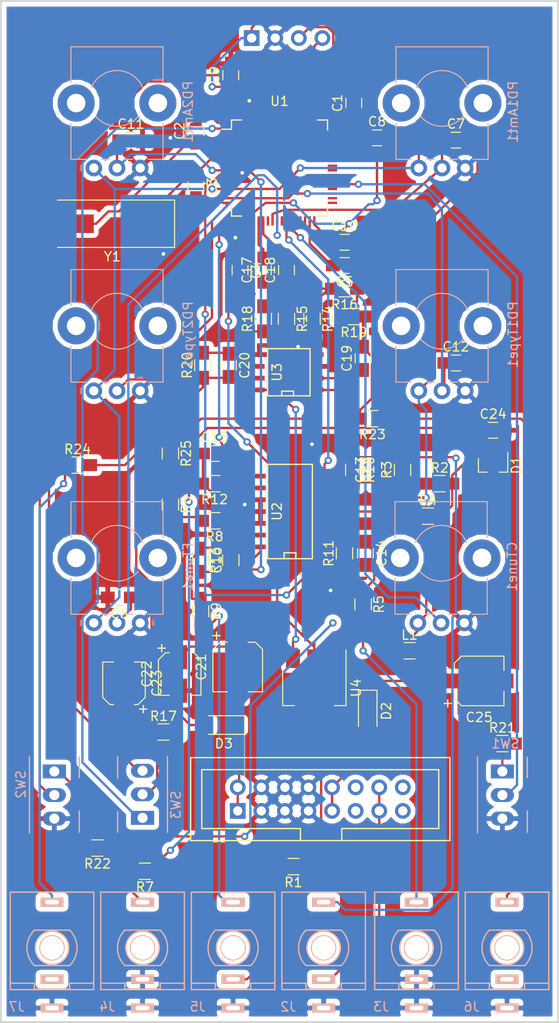
<source format=kicad_pcb>
(kicad_pcb (version 20171130) (host pcbnew "(5.0.1)-4")
  (layers (0 F.Cu signal) (31 B.Cu signal) (34 B.Paste user) (35 F.Paste user) (36 B.SilkS user) (37 F.SilkS user) (38 B.Mask user) (39 F.Mask user) (44 Edge.Cuts user))
  (net 0 "")
  (net 1 GND)
  (net 2 +3V3)
  (net 3 "Net-(C2-Pad1)")
  (net 4 "Net-(C3-Pad1)")
  (net 5 "Net-(C5-Pad2)")
  (net 6 FTUNE)
  (net 7 PD1_POT)
  (net 8 "Net-(C8-Pad1)")
  (net 9 PD2_POT)
  (net 10 PD1_TYPE)
  (net 11 "Net-(C13-Pad1)")
  (net 12 V_OCT_CV)
  (net 13 PD1_CV)
  (net 14 "Net-(C14-Pad1)")
  (net 15 PD2_CV)
  (net 16 "Net-(C15-Pad1)")
  (net 17 VCA)
  (net 18 "Net-(C16-Pad1)")
  (net 19 "Net-(C17-Pad1)")
  (net 20 DAC1_OUT)
  (net 21 "Net-(C18-Pad1)")
  (net 22 DAC2_OUT)
  (net 23 "Net-(C19-Pad2)")
  (net 24 "Net-(C19-Pad1)")
  (net 25 "Net-(C20-Pad2)")
  (net 26 "Net-(C20-Pad1)")
  (net 27 VCC)
  (net 28 VEE)
  (net 29 AREF_-5)
  (net 30 SWCLK)
  (net 31 SWDIO)
  (net 32 CV_IN)
  (net 33 "Net-(J2-Pad3)")
  (net 34 "Net-(J3-Pad3)")
  (net 35 "Net-(J4-Pad3)")
  (net 36 "Net-(J5-Pad3)")
  (net 37 "Net-(J5-Pad2)")
  (net 38 "Net-(J6-Pad2)")
  (net 39 "Net-(J6-Pad3)")
  (net 40 "Net-(J7-Pad2)")
  (net 41 "Net-(J7-Pad3)")
  (net 42 -12V)
  (net 43 +12V)
  (net 44 "Net-(J8-Pad11)")
  (net 45 "Net-(J8-Pad12)")
  (net 46 "Net-(J8-Pad15)")
  (net 47 "Net-(J8-Pad16)")
  (net 48 +3.3VA)
  (net 49 "Net-(R17-Pad1)")
  (net 50 "Net-(R21-Pad2)")
  (net 51 "Net-(R22-Pad2)")
  (net 52 CTUNE)
  (net 53 PD2_TYPE)
  (net 54 DAC1_RING_MOD)
  (net 55 DAC2_MIX)
  (net 56 OCTAVE_UP)
  (net 57 OCTAVE_DN)
  (net 58 "Net-(U1-Pad1)")
  (net 59 "Net-(U1-Pad2)")
  (net 60 "Net-(U1-Pad3)")
  (net 61 "Net-(U1-Pad4)")
  (net 62 "Net-(U1-Pad7)")
  (net 63 "Net-(U1-Pad11)")
  (net 64 "Net-(U1-Pad14)")
  (net 65 "Net-(U1-Pad22)")
  (net 66 "Net-(U1-Pad25)")
  (net 67 "Net-(U1-Pad28)")
  (net 68 "Net-(U1-Pad29)")
  (net 69 "Net-(U1-Pad30)")
  (net 70 "Net-(U1-Pad35)")
  (net 71 "Net-(U1-Pad36)")
  (net 72 "Net-(U1-Pad38)")
  (net 73 "Net-(U1-Pad39)")
  (net 74 "Net-(U1-Pad40)")
  (net 75 "Net-(U1-Pad41)")
  (net 76 "Net-(U1-Pad42)")
  (net 77 "Net-(U1-Pad43)")
  (net 78 "Net-(U1-Pad44)")
  (net 79 "Net-(U1-Pad45)")
  (net 80 "Net-(U1-Pad50)")
  (net 81 "Net-(U1-Pad52)")
  (net 82 "Net-(U1-Pad54)")
  (net 83 "Net-(U1-Pad55)")
  (net 84 "Net-(U1-Pad56)")
  (net 85 "Net-(U1-Pad57)")
  (net 86 "Net-(U1-Pad58)")
  (net 87 "Net-(U1-Pad59)")
  (net 88 "Net-(U1-Pad60)")
  (net 89 "Net-(U1-Pad62)")
  (net 90 "Net-(U1-Pad33)")
  (net 91 "Net-(U1-Pad34)")
  (module Resistors_SMD:R_0805_HandSoldering (layer F.Cu) (at 128.25 84.25 90)
    (fp_text reference R18 (at 0 -1.7 90) (layer F.SilkS))
    (fp_text value 6.3k)
    (pad 1 smd rect (at -1.35 0 90) (size 1.5 1.3) (layers F.Cu F.Paste F.Mask) (net 26 "Net-(C20-Pad1)"))
    (pad 2 smd rect (at 1.35 0 90) (size 1.5 1.3) (layers F.Cu F.Paste F.Mask) (net 21 "Net-(C18-Pad1)"))
  )
  (module Capacitors_SMD:C_0805_HandSoldering (layer F.Cu) (at 124.75 58 90)
    (fp_text reference C9 (at 0 -1.75 90) (layer F.SilkS))
    (fp_text value 100nF)
    (pad 2 smd rect (at 1.25 0 90) (size 1.5 1.25) (layers F.Cu F.Paste F.Mask) (net 1 GND))
    (pad 1 smd rect (at -1.25 0 90) (size 1.5 1.25) (layers F.Cu F.Paste F.Mask) (net 2 +3V3))
  )
  (module Capacitors_SMD:CP_Elec_4x5.8 (layer F.Cu) (at 113.25 123.5 90)
    (fp_text reference C23 (at 0 3.54 90) (layer F.SilkS))
    (fp_text value 22uF)
    (fp_text user + (at -2.78 2.01 90) (layer F.SilkS))
    (pad 2 smd rect (at 1.8 0 270) (size 2.6 1.6) (layers F.Cu F.Paste F.Mask) (net 28 VEE))
    (pad 1 smd rect (at -1.8 0 270) (size 2.6 1.6) (layers F.Cu F.Paste F.Mask) (net 1 GND))
  )
  (module Capacitors_SMD:CP_Elec_4x5.8 (layer F.Cu) (at 119.25 122.5 270)
    (fp_text reference C22 (at 0 3.54 270) (layer F.SilkS))
    (fp_text value 22uF)
    (fp_text user + (at -2.78 2.01 270) (layer F.SilkS))
    (pad 1 smd rect (at -1.8 0 90) (size 2.6 1.6) (layers F.Cu F.Paste F.Mask) (net 27 VCC))
    (pad 2 smd rect (at 1.8 0 90) (size 2.6 1.6) (layers F.Cu F.Paste F.Mask) (net 1 GND))
  )
  (module Custom_Footprints:SPDTSubMiniature (layer B.Cu) (at 115.25 138 90)
    (fp_text reference SW3 (at 1.4 3.6 90) (layer B.SilkS) (effects (justify mirror)))
    (fp_text value Octave_Switch)
    (pad 1 thru_hole rect (at 0 0 90) (size 1.5 2.5) (drill 1.0922) (layers *.Cu *.Mask) (net 56 OCTAVE_UP))
    (pad 2 thru_hole oval (at 2.54 0 90) (size 1.5 2.5) (drill 1.0922) (layers *.Cu *.Mask) (net 49 "Net-(R17-Pad1)"))
    (pad 3 thru_hole oval (at 5.08 0 90) (size 1.5 2.5) (drill 1.0922) (layers *.Cu *.Mask) (net 57 OCTAVE_DN))
  )
  (module Resistors_SMD:R_0805_HandSoldering (layer F.Cu) (at 131.5 143.25 180)
    (fp_text reference R1 (at 0 -1.7 180) (layer F.SilkS))
    (fp_text value 47k)
    (pad 2 smd rect (at 1.35 0 180) (size 1.5 1.3) (layers F.Cu F.Paste F.Mask) (net 37 "Net-(J5-Pad2)"))
    (pad 1 smd rect (at -1.35 0 180) (size 1.5 1.3) (layers F.Cu F.Paste F.Mask) (net 27 VCC))
  )
  (module SMD_Packages:SOIC-14_N (layer F.Cu) (at 131 105 90)
    (fp_text reference U2 (at 0 -1.27 90) (layer F.SilkS))
    (fp_text value MCP6004)
    (pad 10 smd rect (at 1.27 -3.048 90) (size 0.508 1.143) (layers F.Cu F.Paste F.Mask) (net 1 GND))
    (pad 14 smd rect (at -3.81 -3.048 90) (size 0.508 1.143) (layers F.Cu F.Paste F.Mask) (net 17 VCA))
    (pad 13 smd rect (at -2.54 -3.048 90) (size 0.508 1.143) (layers F.Cu F.Paste F.Mask) (net 18 "Net-(C16-Pad1)"))
    (pad 12 smd rect (at -1.27 -3.048 90) (size 0.508 1.143) (layers F.Cu F.Paste F.Mask) (net 1 GND))
    (pad 11 smd rect (at 0 -3.048 90) (size 0.508 1.143) (layers F.Cu F.Paste F.Mask) (net 1 GND))
    (pad 9 smd rect (at 2.54 -3.048 90) (size 0.508 1.143) (layers F.Cu F.Paste F.Mask) (net 16 "Net-(C15-Pad1)"))
    (pad 8 smd rect (at 3.81 -3.048 90) (size 0.508 1.143) (layers F.Cu F.Paste F.Mask) (net 15 PD2_CV))
    (pad 7 smd rect (at 3.81 3.302 90) (size 0.508 1.143) (layers F.Cu F.Paste F.Mask) (net 12 V_OCT_CV))
    (pad 6 smd rect (at 2.54 3.302 90) (size 0.508 1.143) (layers F.Cu F.Paste F.Mask) (net 11 "Net-(C13-Pad1)"))
    (pad 5 smd rect (at 1.27 3.302 90) (size 0.508 1.143) (layers F.Cu F.Paste F.Mask) (net 1 GND))
    (pad 4 smd rect (at 0 3.302 90) (size 0.508 1.143) (layers F.Cu F.Paste F.Mask) (net 48 +3.3VA))
    (pad 3 smd rect (at -1.27 3.302 90) (size 0.508 1.143) (layers F.Cu F.Paste F.Mask) (net 1 GND))
    (pad 2 smd rect (at -2.54 3.302 90) (size 0.508 1.143) (layers F.Cu F.Paste F.Mask) (net 14 "Net-(C14-Pad1)"))
    (pad 1 smd rect (at -3.81 3.302 90) (size 0.508 1.143) (layers F.Cu F.Paste F.Mask) (net 13 PD1_CV))
  )
  (module Capacitors_SMD:C_0805_HandSoldering (layer F.Cu) (at 128.25 79 90)
    (fp_text reference C17 (at 0 -1.75 90) (layer F.SilkS))
    (fp_text value 10uF)
    (pad 1 smd rect (at -1.25 0 90) (size 1.5 1.25) (layers F.Cu F.Paste F.Mask) (net 19 "Net-(C17-Pad1)"))
    (pad 2 smd rect (at 1.25 0 90) (size 1.5 1.25) (layers F.Cu F.Paste F.Mask) (net 20 DAC1_OUT))
  )
  (module Capacitors_SMD:C_0805_HandSoldering (layer F.Cu) (at 140.5 100.5 90)
    (fp_text reference C13 (at 0 -1.75 90) (layer F.SilkS))
    (fp_text value 1nF)
    (pad 1 smd rect (at -1.25 0 90) (size 1.5 1.25) (layers F.Cu F.Paste F.Mask) (net 11 "Net-(C13-Pad1)"))
    (pad 2 smd rect (at 1.25 0 90) (size 1.5 1.25) (layers F.Cu F.Paste F.Mask) (net 12 V_OCT_CV))
  )
  (module Capacitors_SMD:C_0805_HandSoldering (layer F.Cu) (at 138 61 90)
    (fp_text reference C1 (at 0 -1.75 90) (layer F.SilkS))
    (fp_text value 100nF)
    (pad 2 smd rect (at 1.25 0 90) (size 1.5 1.25) (layers F.Cu F.Paste F.Mask) (net 1 GND))
    (pad 1 smd rect (at -1.25 0 90) (size 1.5 1.25) (layers F.Cu F.Paste F.Mask) (net 2 +3V3))
  )
  (module Capacitors_SMD:C_0805_HandSoldering (layer F.Cu) (at 121 64 90)
    (fp_text reference C2 (at 0 -1.75 90) (layer F.SilkS))
    (fp_text value 18pF)
    (pad 2 smd rect (at 1.25 0 90) (size 1.5 1.25) (layers F.Cu F.Paste F.Mask) (net 1 GND))
    (pad 1 smd rect (at -1.25 0 90) (size 1.5 1.25) (layers F.Cu F.Paste F.Mask) (net 3 "Net-(C2-Pad1)"))
  )
  (module Capacitors_SMD:C_0805_HandSoldering (layer F.Cu) (at 121 70 270)
    (fp_text reference C3 (at 0 -1.75 270) (layer F.SilkS))
    (fp_text value 18pF)
    (pad 1 smd rect (at -1.25 0 270) (size 1.5 1.25) (layers F.Cu F.Paste F.Mask) (net 4 "Net-(C3-Pad1)"))
    (pad 2 smd rect (at 1.25 0 270) (size 1.5 1.25) (layers F.Cu F.Paste F.Mask) (net 1 GND))
  )
  (module Capacitors_SMD:C_0805_HandSoldering (layer F.Cu) (at 125.75 79 270)
    (fp_text reference C4 (at 0 -1.75 270) (layer F.SilkS))
    (fp_text value 100nF)
    (pad 1 smd rect (at -1.25 0 270) (size 1.5 1.25) (layers F.Cu F.Paste F.Mask) (net 2 +3V3))
    (pad 2 smd rect (at 1.25 0 270) (size 1.5 1.25) (layers F.Cu F.Paste F.Mask) (net 1 GND))
  )
  (module Capacitors_SMD:C_0805_HandSoldering (layer F.Cu) (at 137 78.5 180)
    (fp_text reference C5 (at 0 -1.75 180) (layer F.SilkS))
    (fp_text value 2.2uF)
    (pad 2 smd rect (at 1.25 0 180) (size 1.5 1.25) (layers F.Cu F.Paste F.Mask) (net 5 "Net-(C5-Pad2)"))
    (pad 1 smd rect (at -1.25 0 180) (size 1.5 1.25) (layers F.Cu F.Paste F.Mask) (net 1 GND))
  )
  (module Capacitors_SMD:C_0805_HandSoldering (layer F.Cu) (at 112.75 114.25 180)
    (fp_text reference C6 (at 0 -1.75 180) (layer F.SilkS))
    (fp_text value 100nF)
    (pad 1 smd rect (at -1.25 0 180) (size 1.5 1.25) (layers F.Cu F.Paste F.Mask) (net 6 FTUNE))
    (pad 2 smd rect (at 1.25 0 180) (size 1.5 1.25) (layers F.Cu F.Paste F.Mask) (net 1 GND))
  )
  (module Capacitors_SMD:C_0805_HandSoldering (layer F.Cu) (at 149 65)
    (fp_text reference C7 (at 0 -1.75) (layer F.SilkS))
    (fp_text value 100nF)
    (pad 2 smd rect (at 1.25 0) (size 1.5 1.25) (layers F.Cu F.Paste F.Mask) (net 1 GND))
    (pad 1 smd rect (at -1.25 0) (size 1.5 1.25) (layers F.Cu F.Paste F.Mask) (net 7 PD1_POT))
  )
  (module Capacitors_SMD:C_0805_HandSoldering (layer F.Cu) (at 140.5 64.75)
    (fp_text reference C8 (at 0 -1.75) (layer F.SilkS))
    (fp_text value 2.2uF)
    (pad 1 smd rect (at -1.25 0) (size 1.5 1.25) (layers F.Cu F.Paste F.Mask) (net 8 "Net-(C8-Pad1)"))
    (pad 2 smd rect (at 1.25 0) (size 1.5 1.25) (layers F.Cu F.Paste F.Mask) (net 1 GND))
  )
  (module Capacitors_SMD:C_0805_HandSoldering (layer F.Cu) (at 137 76)
    (fp_text reference C10 (at 0 -1.75) (layer F.SilkS))
    (fp_text value 100nF)
    (pad 1 smd rect (at -1.25 0) (size 1.5 1.25) (layers F.Cu F.Paste F.Mask) (net 2 +3V3))
    (pad 2 smd rect (at 1.25 0) (size 1.5 1.25) (layers F.Cu F.Paste F.Mask) (net 1 GND))
  )
  (module Capacitors_SMD:C_0805_HandSoldering (layer F.Cu) (at 114 65)
    (fp_text reference C11 (at 0 -1.75) (layer F.SilkS))
    (fp_text value 100nF)
    (pad 2 smd rect (at 1.25 0) (size 1.5 1.25) (layers F.Cu F.Paste F.Mask) (net 1 GND))
    (pad 1 smd rect (at -1.25 0) (size 1.5 1.25) (layers F.Cu F.Paste F.Mask) (net 9 PD2_POT))
  )
  (module Capacitors_SMD:C_0805_HandSoldering (layer F.Cu) (at 149 89)
    (fp_text reference C12 (at 0 -1.75) (layer F.SilkS))
    (fp_text value 100nF)
    (pad 1 smd rect (at -1.25 0) (size 1.5 1.25) (layers F.Cu F.Paste F.Mask) (net 10 PD1_TYPE))
    (pad 2 smd rect (at 1.25 0) (size 1.5 1.25) (layers F.Cu F.Paste F.Mask) (net 1 GND))
  )
  (module Capacitors_SMD:C_0805_HandSoldering (layer F.Cu) (at 139.25 109.5 270)
    (fp_text reference C14 (at 0 -1.75 270) (layer F.SilkS))
    (fp_text value 2.2nF)
    (pad 2 smd rect (at 1.25 0 270) (size 1.5 1.25) (layers F.Cu F.Paste F.Mask) (net 13 PD1_CV))
    (pad 1 smd rect (at -1.25 0 270) (size 1.5 1.25) (layers F.Cu F.Paste F.Mask) (net 14 "Net-(C14-Pad1)"))
  )
  (module Capacitors_SMD:C_0805_HandSoldering (layer F.Cu) (at 123 98.75)
    (fp_text reference C15 (at 0 -1.75) (layer F.SilkS))
    (fp_text value 2.2nF)
    (pad 2 smd rect (at 1.25 0) (size 1.5 1.25) (layers F.Cu F.Paste F.Mask) (net 15 PD2_CV))
    (pad 1 smd rect (at -1.25 0) (size 1.5 1.25) (layers F.Cu F.Paste F.Mask) (net 16 "Net-(C15-Pad1)"))
  )
  (module Capacitors_SMD:C_0805_HandSoldering (layer F.Cu) (at 121.5 110.25 270)
    (fp_text reference C16 (at 0 -1.75 270) (layer F.SilkS))
    (fp_text value 1nF)
    (pad 2 smd rect (at 1.25 0 270) (size 1.5 1.25) (layers F.Cu F.Paste F.Mask) (net 17 VCA))
    (pad 1 smd rect (at -1.25 0 270) (size 1.5 1.25) (layers F.Cu F.Paste F.Mask) (net 18 "Net-(C16-Pad1)"))
  )
  (module Capacitors_SMD:C_0805_HandSoldering (layer F.Cu) (at 130.75 79 90)
    (fp_text reference C18 (at 0 -1.75 90) (layer F.SilkS))
    (fp_text value 10uF)
    (pad 1 smd rect (at -1.25 0 90) (size 1.5 1.25) (layers F.Cu F.Paste F.Mask) (net 21 "Net-(C18-Pad1)"))
    (pad 2 smd rect (at 1.25 0 90) (size 1.5 1.25) (layers F.Cu F.Paste F.Mask) (net 22 DAC2_OUT))
  )
  (module Capacitors_SMD:C_0805_HandSoldering (layer F.Cu) (at 139 88.5 90)
    (fp_text reference C19 (at 0 -1.75 90) (layer F.SilkS))
    (fp_text value 18pF)
    (pad 2 smd rect (at 1.25 0 90) (size 1.5 1.25) (layers F.Cu F.Paste F.Mask) (net 23 "Net-(C19-Pad2)"))
    (pad 1 smd rect (at -1.25 0 90) (size 1.5 1.25) (layers F.Cu F.Paste F.Mask) (net 24 "Net-(C19-Pad1)"))
  )
  (module Capacitors_SMD:C_0805_HandSoldering (layer F.Cu) (at 124.5 89.25 270)
    (fp_text reference C20 (at 0 -1.75 270) (layer F.SilkS))
    (fp_text value 18pF)
    (pad 2 smd rect (at 1.25 0 270) (size 1.5 1.25) (layers F.Cu F.Paste F.Mask) (net 25 "Net-(C20-Pad2)"))
    (pad 1 smd rect (at -1.25 0 270) (size 1.5 1.25) (layers F.Cu F.Paste F.Mask) (net 26 "Net-(C20-Pad1)"))
  )
  (module Capacitors_SMD:C_0805_HandSoldering (layer F.Cu) (at 153 96.25)
    (fp_text reference C24 (at 0 -1.75) (layer F.SilkS))
    (fp_text value 100nF)
    (pad 1 smd rect (at -1.25 0) (size 1.5 1.25) (layers F.Cu F.Paste F.Mask) (net 29 AREF_-5))
    (pad 2 smd rect (at 1.25 0) (size 1.5 1.25) (layers F.Cu F.Paste F.Mask) (net 1 GND))
  )
  (module Custom_Footprints:THONKICONN_hole (layer B.Cu) (at 134.75 152 180)
    (fp_text reference J2 (at 3.81 -6.35 180) (layer B.SilkS) (effects (justify mirror)))
    (fp_text value PItch_In hide)
    (pad "" np_thru_hole circle (at 0 0 180) (size 2.5 2.5) (drill 2.5) (layers *.Cu *.Mask))
    (pad 1 thru_hole rect (at 0 -6.48 180) (size 2.5 1) (drill oval 1.5 0.5) (layers *.Cu *.Mask B.SilkS) (net 1 GND))
    (pad 2 thru_hole rect (at 0 -3.38 180) (size 2.5 1) (drill oval 1.5 0.5) (layers *.Cu *.Mask B.SilkS) (net 32 CV_IN))
    (pad 3 thru_hole rect (at 0 4.92 180) (size 2.5 1) (drill oval 1.5 0.5) (layers *.Cu *.Mask B.SilkS) (net 33 "Net-(J2-Pad3)"))
  )
  (module Custom_Footprints:THONKICONN_hole (layer B.Cu) (at 144.75 152 180)
    (fp_text reference J3 (at 3.81 -6.35 180) (layer B.SilkS) (effects (justify mirror)))
    (fp_text value PD1_Amt_In hide)
    (pad 3 thru_hole rect (at 0 4.92 180) (size 2.5 1) (drill oval 1.5 0.5) (layers *.Cu *.Mask B.SilkS) (net 34 "Net-(J3-Pad3)"))
    (pad 2 thru_hole rect (at 0 -3.38 180) (size 2.5 1) (drill oval 1.5 0.5) (layers *.Cu *.Mask B.SilkS) (net 1 GND))
    (pad 1 thru_hole rect (at 0 -6.48 180) (size 2.5 1) (drill oval 1.5 0.5) (layers *.Cu *.Mask B.SilkS) (net 1 GND))
    (pad "" np_thru_hole circle (at 0 0 180) (size 2.5 2.5) (drill 2.5) (layers *.Cu *.Mask))
  )
  (module Custom_Footprints:THONKICONN_hole (layer B.Cu) (at 115.25 152 180)
    (fp_text reference J4 (at 3.81 -6.35 180) (layer B.SilkS) (effects (justify mirror)))
    (fp_text value PD2_Amt_In hide)
    (pad 3 thru_hole rect (at 0 4.92 180) (size 2.5 1) (drill oval 1.5 0.5) (layers *.Cu *.Mask B.SilkS) (net 35 "Net-(J4-Pad3)"))
    (pad 2 thru_hole rect (at 0 -3.38 180) (size 2.5 1) (drill oval 1.5 0.5) (layers *.Cu *.Mask B.SilkS) (net 1 GND))
    (pad 1 thru_hole rect (at 0 -6.48 180) (size 2.5 1) (drill oval 1.5 0.5) (layers *.Cu *.Mask B.SilkS) (net 1 GND))
    (pad "" np_thru_hole circle (at 0 0 180) (size 2.5 2.5) (drill 2.5) (layers *.Cu *.Mask))
  )
  (module Custom_Footprints:THONKICONN_hole (layer B.Cu) (at 125 152 180)
    (fp_text reference J5 (at 3.81 -6.35 180) (layer B.SilkS) (effects (justify mirror)))
    (fp_text value VCA_In hide)
    (pad 3 thru_hole rect (at 0 4.92 180) (size 2.5 1) (drill oval 1.5 0.5) (layers *.Cu *.Mask B.SilkS) (net 36 "Net-(J5-Pad3)"))
    (pad 2 thru_hole rect (at 0 -3.38 180) (size 2.5 1) (drill oval 1.5 0.5) (layers *.Cu *.Mask B.SilkS) (net 37 "Net-(J5-Pad2)"))
    (pad 1 thru_hole rect (at 0 -6.48 180) (size 2.5 1) (drill oval 1.5 0.5) (layers *.Cu *.Mask B.SilkS) (net 1 GND))
    (pad "" np_thru_hole circle (at 0 0 180) (size 2.5 2.5) (drill 2.5) (layers *.Cu *.Mask))
  )
  (module Custom_Footprints:THONKICONN_hole (layer B.Cu) (at 154.5 152 180)
    (fp_text reference J6 (at 3.81 -6.35 180) (layer B.SilkS) (effects (justify mirror)))
    (fp_text value DAC1_Out hide)
    (pad "" np_thru_hole circle (at 0 0 180) (size 2.5 2.5) (drill 2.5) (layers *.Cu *.Mask))
    (pad 1 thru_hole rect (at 0 -6.48 180) (size 2.5 1) (drill oval 1.5 0.5) (layers *.Cu *.Mask B.SilkS) (net 1 GND))
    (pad 2 thru_hole rect (at 0 -3.38 180) (size 2.5 1) (drill oval 1.5 0.5) (layers *.Cu *.Mask B.SilkS) (net 38 "Net-(J6-Pad2)"))
    (pad 3 thru_hole rect (at 0 4.92 180) (size 2.5 1) (drill oval 1.5 0.5) (layers *.Cu *.Mask B.SilkS) (net 39 "Net-(J6-Pad3)"))
  )
  (module Custom_Footprints:THONKICONN_hole (layer B.Cu) (at 105.5 152 180)
    (fp_text reference J7 (at 3.81 -6.35 180) (layer B.SilkS) (effects (justify mirror)))
    (fp_text value DAC2_Out hide)
    (pad "" np_thru_hole circle (at 0 0 180) (size 2.5 2.5) (drill 2.5) (layers *.Cu *.Mask))
    (pad 1 thru_hole rect (at 0 -6.48 180) (size 2.5 1) (drill oval 1.5 0.5) (layers *.Cu *.Mask B.SilkS) (net 1 GND))
    (pad 2 thru_hole rect (at 0 -3.38 180) (size 2.5 1) (drill oval 1.5 0.5) (layers *.Cu *.Mask B.SilkS) (net 40 "Net-(J7-Pad2)"))
    (pad 3 thru_hole rect (at 0 4.92 180) (size 2.5 1) (drill oval 1.5 0.5) (layers *.Cu *.Mask B.SilkS) (net 41 "Net-(J7-Pad3)"))
  )
  (module Custom_Footprints:Eurorack_16_pin_header (layer F.Cu) (at 125.5 137.25)
    (fp_text reference J8 hide)
    (fp_text value Eurorack_16_pin_power hide)
    (pad 1 thru_hole rect (at 0 0) (size 1.7 1.7) (drill 1) (layers *.Cu *.Mask) (net 42 -12V))
    (pad 2 thru_hole circle (at 0 -2.54) (size 1.7 1.7) (drill 1) (layers *.Cu *.Mask) (net 42 -12V))
    (pad 3 thru_hole circle (at 2.54 0) (size 1.7 1.7) (drill 1) (layers *.Cu *.Mask) (net 1 GND))
    (pad 4 thru_hole circle (at 2.54 -2.54) (size 1.7 1.7) (drill 1) (layers *.Cu *.Mask) (net 1 GND))
    (pad 5 thru_hole circle (at 5.08 0) (size 1.7 1.7) (drill 1) (layers *.Cu *.Mask) (net 1 GND))
    (pad 6 thru_hole circle (at 5.08 -2.54) (size 1.7 1.7) (drill 1) (layers *.Cu *.Mask) (net 1 GND))
    (pad 7 thru_hole circle (at 7.62 0) (size 1.7 1.7) (drill 1) (layers *.Cu *.Mask) (net 1 GND))
    (pad 8 thru_hole circle (at 7.62 -2.54) (size 1.7 1.7) (drill 1) (layers *.Cu *.Mask) (net 1 GND))
    (pad 9 thru_hole circle (at 10.16 0) (size 1.7 1.7) (drill 1) (layers *.Cu *.Mask) (net 43 +12V))
    (pad 10 thru_hole circle (at 10.16 -2.54) (size 1.7 1.7) (drill 1) (layers *.Cu *.Mask) (net 43 +12V))
    (pad 11 thru_hole circle (at 12.7 0) (size 1.7 1.7) (drill 1) (layers *.Cu *.Mask) (net 44 "Net-(J8-Pad11)"))
    (pad 12 thru_hole circle (at 12.7 -2.54) (size 1.7 1.7) (drill 1) (layers *.Cu *.Mask) (net 45 "Net-(J8-Pad12)"))
    (pad 14 thru_hole circle (at 15.24 -2.54) (size 1.7 1.7) (drill 1) (layers *.Cu *.Mask) (net 32 CV_IN))
    (pad 13 thru_hole circle (at 15.24 0) (size 1.7 1.7) (drill 1) (layers *.Cu *.Mask) (net 32 CV_IN))
    (pad 15 thru_hole circle (at 17.78 0) (size 1.7 1.7) (drill 1) (layers *.Cu *.Mask) (net 46 "Net-(J8-Pad15)"))
    (pad 16 thru_hole circle (at 17.78 -2.54) (size 1.7 1.7) (drill 1) (layers *.Cu *.Mask) (net 47 "Net-(J8-Pad16)"))
  )
  (module Resistors_SMD:R_0805_HandSoldering (layer F.Cu) (at 144 120)
    (fp_text reference L1 (at 0 -1.7) (layer F.SilkS))
    (fp_text value L)
    (pad 2 smd rect (at 1.35 0) (size 1.5 1.3) (layers F.Cu F.Paste F.Mask) (net 2 +3V3))
    (pad 1 smd rect (at -1.35 0) (size 1.5 1.3) (layers F.Cu F.Paste F.Mask) (net 48 +3.3VA))
  )
  (module Resistors_SMD:R_0805_HandSoldering (layer F.Cu) (at 147.25 102)
    (fp_text reference R2 (at 0 -1.7) (layer F.SilkS))
    (fp_text value 82k)
    (pad 1 smd rect (at -1.35 0) (size 1.5 1.3) (layers F.Cu F.Paste F.Mask) (net 11 "Net-(C13-Pad1)"))
    (pad 2 smd rect (at 1.35 0) (size 1.5 1.3) (layers F.Cu F.Paste F.Mask) (net 29 AREF_-5))
  )
  (module Resistors_SMD:R_0805_HandSoldering (layer F.Cu) (at 143.25 100.5 90)
    (fp_text reference R3 (at 0 -1.7 90) (layer F.SilkS))
    (fp_text value 100k)
    (pad 1 smd rect (at -1.35 0 90) (size 1.5 1.3) (layers F.Cu F.Paste F.Mask) (net 11 "Net-(C13-Pad1)"))
    (pad 2 smd rect (at 1.35 0 90) (size 1.5 1.3) (layers F.Cu F.Paste F.Mask) (net 33 "Net-(J2-Pad3)"))
  )
  (module Resistors_SMD:R_0805_HandSoldering (layer F.Cu) (at 146 105.5)
    (fp_text reference R4 (at 0 -1.7) (layer F.SilkS))
    (fp_text value 91k)
    (pad 1 smd rect (at -1.35 0) (size 1.5 1.3) (layers F.Cu F.Paste F.Mask) (net 14 "Net-(C14-Pad1)"))
    (pad 2 smd rect (at 1.35 0) (size 1.5 1.3) (layers F.Cu F.Paste F.Mask) (net 29 AREF_-5))
  )
  (module Resistors_SMD:R_0805_HandSoldering (layer F.Cu) (at 139 115 270)
    (fp_text reference R5 (at 0 -1.7 270) (layer F.SilkS))
    (fp_text value 100k)
    (pad 2 smd rect (at 1.35 0 270) (size 1.5 1.3) (layers F.Cu F.Paste F.Mask) (net 34 "Net-(J3-Pad3)"))
    (pad 1 smd rect (at -1.35 0 270) (size 1.5 1.3) (layers F.Cu F.Paste F.Mask) (net 14 "Net-(C14-Pad1)"))
  )
  (module Resistors_SMD:R_0805_HandSoldering (layer F.Cu) (at 118.25 104.25 270)
    (fp_text reference R6 (at 0 -1.7 270) (layer F.SilkS))
    (fp_text value 68k)
    (pad 2 smd rect (at 1.35 0 270) (size 1.5 1.3) (layers F.Cu F.Paste F.Mask) (net 29 AREF_-5))
    (pad 1 smd rect (at -1.35 0 270) (size 1.5 1.3) (layers F.Cu F.Paste F.Mask) (net 16 "Net-(C15-Pad1)"))
  )
  (module Resistors_SMD:R_0805_HandSoldering (layer F.Cu) (at 115.5 143.75 180)
    (fp_text reference R7 (at 0 -1.7 180) (layer F.SilkS))
    (fp_text value 100k)
    (pad 1 smd rect (at -1.35 0 180) (size 1.5 1.3) (layers F.Cu F.Paste F.Mask) (net 16 "Net-(C15-Pad1)"))
    (pad 2 smd rect (at 1.35 0 180) (size 1.5 1.3) (layers F.Cu F.Paste F.Mask) (net 35 "Net-(J4-Pad3)"))
  )
  (module Resistors_SMD:R_0805_HandSoldering (layer F.Cu) (at 123 106 180)
    (fp_text reference R8 (at 0 -1.7 180) (layer F.SilkS))
    (fp_text value 68k)
    (pad 1 smd rect (at -1.35 0 180) (size 1.5 1.3) (layers F.Cu F.Paste F.Mask) (net 18 "Net-(C16-Pad1)"))
    (pad 2 smd rect (at 1.35 0 180) (size 1.5 1.3) (layers F.Cu F.Paste F.Mask) (net 29 AREF_-5))
  )
  (module Resistors_SMD:R_0805_HandSoldering (layer F.Cu) (at 121.5 115.75 270)
    (fp_text reference R9 (at 0 -1.7 270) (layer F.SilkS))
    (fp_text value 100k)
    (pad 2 smd rect (at 1.35 0 270) (size 1.5 1.3) (layers F.Cu F.Paste F.Mask) (net 36 "Net-(J5-Pad3)"))
    (pad 1 smd rect (at -1.35 0 270) (size 1.5 1.3) (layers F.Cu F.Paste F.Mask) (net 18 "Net-(C16-Pad1)"))
  )
  (module Resistors_SMD:R_0805_HandSoldering (layer F.Cu) (at 138 100.5 270)
    (fp_text reference R10 (at 0 -1.7 270) (layer F.SilkS))
    (fp_text value 47k)
    (pad 2 smd rect (at 1.35 0 270) (size 1.5 1.3) (layers F.Cu F.Paste F.Mask) (net 11 "Net-(C13-Pad1)"))
    (pad 1 smd rect (at -1.35 0 270) (size 1.5 1.3) (layers F.Cu F.Paste F.Mask) (net 12 V_OCT_CV))
  )
  (module Resistors_SMD:R_0805_HandSoldering (layer F.Cu) (at 137 109.5 90)
    (fp_text reference R11 (at 0 -1.7 90) (layer F.SilkS))
    (fp_text value 56k)
    (pad 2 smd rect (at 1.35 0 90) (size 1.5 1.3) (layers F.Cu F.Paste F.Mask) (net 14 "Net-(C14-Pad1)"))
    (pad 1 smd rect (at -1.35 0 90) (size 1.5 1.3) (layers F.Cu F.Paste F.Mask) (net 13 PD1_CV))
  )
  (module Resistors_SMD:R_0805_HandSoldering (layer F.Cu) (at 123 102 180)
    (fp_text reference R12 (at 0 -1.7 180) (layer F.SilkS))
    (fp_text value 47k)
    (pad 1 smd rect (at -1.35 0 180) (size 1.5 1.3) (layers F.Cu F.Paste F.Mask) (net 15 PD2_CV))
    (pad 2 smd rect (at 1.35 0 180) (size 1.5 1.3) (layers F.Cu F.Paste F.Mask) (net 16 "Net-(C15-Pad1)"))
  )
  (module Resistors_SMD:R_0805_HandSoldering (layer F.Cu) (at 124.75 110.25 90)
    (fp_text reference R13 (at 0 -1.7 90) (layer F.SilkS))
    (fp_text value 47k)
    (pad 1 smd rect (at -1.35 0 90) (size 1.5 1.3) (layers F.Cu F.Paste F.Mask) (net 17 VCA))
    (pad 2 smd rect (at 1.35 0 90) (size 1.5 1.3) (layers F.Cu F.Paste F.Mask) (net 18 "Net-(C16-Pad1)"))
  )
  (module Resistors_SMD:R_0805_HandSoldering (layer F.Cu) (at 133.5 84.25 270)
    (fp_text reference R14 (at 0 -1.7 270) (layer F.SilkS))
    (fp_text value 47k)
    (pad 1 smd rect (at -1.35 0 270) (size 1.5 1.3) (layers F.Cu F.Paste F.Mask) (net 19 "Net-(C17-Pad1)"))
    (pad 2 smd rect (at 1.35 0 270) (size 1.5 1.3) (layers F.Cu F.Paste F.Mask) (net 1 GND))
  )
  (module Resistors_SMD:R_0805_HandSoldering (layer F.Cu) (at 130.75 84.25 270)
    (fp_text reference R15 (at 0 -1.7 270) (layer F.SilkS))
    (fp_text value 47k)
    (pad 2 smd rect (at 1.35 0 270) (size 1.5 1.3) (layers F.Cu F.Paste F.Mask) (net 1 GND))
    (pad 1 smd rect (at -1.35 0 270) (size 1.5 1.3) (layers F.Cu F.Paste F.Mask) (net 21 "Net-(C18-Pad1)"))
  )
  (module Resistors_SMD:R_0805_HandSoldering (layer F.Cu) (at 137 81 180)
    (fp_text reference R16 (at 0 -1.7 180) (layer F.SilkS))
    (fp_text value 6.3k)
    (pad 2 smd rect (at 1.35 0 180) (size 1.5 1.3) (layers F.Cu F.Paste F.Mask) (net 19 "Net-(C17-Pad1)"))
    (pad 1 smd rect (at -1.35 0 180) (size 1.5 1.3) (layers F.Cu F.Paste F.Mask) (net 24 "Net-(C19-Pad1)"))
  )
  (module Resistors_SMD:R_0805_HandSoldering (layer F.Cu) (at 117.5 128.75)
    (fp_text reference R17 (at 0 -1.7) (layer F.SilkS))
    (fp_text value 680R)
    (pad 1 smd rect (at -1.35 0) (size 1.5 1.3) (layers F.Cu F.Paste F.Mask) (net 49 "Net-(R17-Pad1)"))
    (pad 2 smd rect (at 1.35 0) (size 1.5 1.3) (layers F.Cu F.Paste F.Mask) (net 2 +3V3))
  )
  (module Resistors_SMD:R_0805_HandSoldering (layer F.Cu) (at 138 84 180)
    (fp_text reference R19 (at 0 -1.7 180) (layer F.SilkS))
    (fp_text value 68k)
    (pad 2 smd rect (at 1.35 0 180) (size 1.5 1.3) (layers F.Cu F.Paste F.Mask) (net 24 "Net-(C19-Pad1)"))
    (pad 1 smd rect (at -1.35 0 180) (size 1.5 1.3) (layers F.Cu F.Paste F.Mask) (net 23 "Net-(C19-Pad2)"))
  )
  (module Resistors_SMD:R_0805_HandSoldering (layer F.Cu) (at 121.75 89.25 90)
    (fp_text reference R20 (at 0 -1.7 90) (layer F.SilkS))
    (fp_text value 68k)
    (pad 1 smd rect (at -1.35 0 90) (size 1.5 1.3) (layers F.Cu F.Paste F.Mask) (net 25 "Net-(C20-Pad2)"))
    (pad 2 smd rect (at 1.35 0 90) (size 1.5 1.3) (layers F.Cu F.Paste F.Mask) (net 26 "Net-(C20-Pad1)"))
  )
  (module Resistors_SMD:R_0805_HandSoldering (layer F.Cu) (at 154 130)
    (fp_text reference R21 (at 0 -1.7) (layer F.SilkS))
    (fp_text value 680R)
    (pad 1 smd rect (at -1.35 0) (size 1.5 1.3) (layers F.Cu F.Paste F.Mask) (net 2 +3V3))
    (pad 2 smd rect (at 1.35 0) (size 1.5 1.3) (layers F.Cu F.Paste F.Mask) (net 50 "Net-(R21-Pad2)"))
  )
  (module Resistors_SMD:R_0805_HandSoldering (layer F.Cu) (at 110.4 141.25 180)
    (fp_text reference R22 (at 0 -1.7 180) (layer F.SilkS))
    (fp_text value 680R)
    (pad 1 smd rect (at -1.35 0 180) (size 1.5 1.3) (layers F.Cu F.Paste F.Mask) (net 2 +3V3))
    (pad 2 smd rect (at 1.35 0 180) (size 1.5 1.3) (layers F.Cu F.Paste F.Mask) (net 51 "Net-(R22-Pad2)"))
  )
  (module Resistors_SMD:R_0805_HandSoldering (layer F.Cu) (at 140 95 180)
    (fp_text reference R23 (at 0 -1.7 180) (layer F.SilkS))
    (fp_text value 1k)
    (pad 2 smd rect (at 1.35 0 180) (size 1.5 1.3) (layers F.Cu F.Paste F.Mask) (net 23 "Net-(C19-Pad2)"))
    (pad 1 smd rect (at -1.35 0 180) (size 1.5 1.3) (layers F.Cu F.Paste F.Mask) (net 39 "Net-(J6-Pad3)"))
  )
  (module Resistors_SMD:R_0805_HandSoldering (layer F.Cu) (at 108.25 100)
    (fp_text reference R24 (at 0 -1.7) (layer F.SilkS))
    (fp_text value 1k)
    (pad 2 smd rect (at 1.35 0) (size 1.5 1.3) (layers F.Cu F.Paste F.Mask) (net 25 "Net-(C20-Pad2)"))
    (pad 1 smd rect (at -1.35 0) (size 1.5 1.3) (layers F.Cu F.Paste F.Mask) (net 41 "Net-(J7-Pad3)"))
  )
  (module Resistors_SMD:R_0805_HandSoldering (layer F.Cu) (at 118.25 98.75 270)
    (fp_text reference R25 (at 0 -1.7 270) (layer F.SilkS))
    (fp_text value 2.2k)
    (pad 2 smd rect (at 1.35 0 270) (size 1.5 1.3) (layers F.Cu F.Paste F.Mask) (net 29 AREF_-5))
    (pad 1 smd rect (at -1.35 0 270) (size 1.5 1.3) (layers F.Cu F.Paste F.Mask) (net 28 VEE))
  )
  (module Custom_Footprints:SPDTSubMiniature (layer B.Cu) (at 154 133 270)
    (fp_text reference SW1 (at -2.99 -0.32) (layer B.SilkS) (effects (justify mirror)))
    (fp_text value DAC1_RingMod_Switch)
    (pad 1 thru_hole rect (at 0 0 270) (size 1.5 2.5) (drill 1.0922) (layers *.Cu *.Mask) (net 50 "Net-(R21-Pad2)"))
    (pad 2 thru_hole oval (at 2.54 0 270) (size 1.5 2.5) (drill 1.0922) (layers *.Cu *.Mask) (net 54 DAC1_RING_MOD))
    (pad 3 thru_hole oval (at 5.08 0 270) (size 1.5 2.5) (drill 1.0922) (layers *.Cu *.Mask) (net 1 GND))
  )
  (module Custom_Footprints:SPDTSubMiniature (layer B.Cu) (at 105.75 133 270)
    (fp_text reference SW2 (at 1.4 3.6 270) (layer B.SilkS) (effects (justify mirror)))
    (fp_text value DAC2_Mix_Switch)
    (pad 3 thru_hole oval (at 5.08 0 270) (size 1.5 2.5) (drill 1.0922) (layers *.Cu *.Mask) (net 1 GND))
    (pad 2 thru_hole oval (at 2.54 0 270) (size 1.5 2.5) (drill 1.0922) (layers *.Cu *.Mask) (net 55 DAC2_MIX))
    (pad 1 thru_hole rect (at 0 0 270) (size 1.5 2.5) (drill 1.0922) (layers *.Cu *.Mask) (net 51 "Net-(R22-Pad2)"))
  )
  (module Package_QFP:LQFP-64_10x10mm_P0.5mm (layer F.Cu) (at 130 68)
    (fp_text reference U1 (at 0 -7.2) (layer F.SilkS))
    (fp_text value STM32F405RGTx)
    (pad 1 smd rect (at -5.7 -3.75) (size 1 0.25) (layers F.Cu F.Paste F.Mask) (net 58 "Net-(U1-Pad1)"))
    (pad 2 smd rect (at -5.7 -3.25) (size 1 0.25) (layers F.Cu F.Paste F.Mask) (net 59 "Net-(U1-Pad2)"))
    (pad 3 smd rect (at -5.7 -2.75) (size 1 0.25) (layers F.Cu F.Paste F.Mask) (net 60 "Net-(U1-Pad3)"))
    (pad 4 smd rect (at -5.7 -2.25) (size 1 0.25) (layers F.Cu F.Paste F.Mask) (net 61 "Net-(U1-Pad4)"))
    (pad 5 smd rect (at -5.7 -1.75) (size 1 0.25) (layers F.Cu F.Paste F.Mask) (net 3 "Net-(C2-Pad1)"))
    (pad 6 smd rect (at -5.7 -1.25) (size 1 0.25) (layers F.Cu F.Paste F.Mask) (net 4 "Net-(C3-Pad1)"))
    (pad 7 smd rect (at -5.7 -0.75) (size 1 0.25) (layers F.Cu F.Paste F.Mask) (net 62 "Net-(U1-Pad7)"))
    (pad 8 smd rect (at -5.7 -0.25) (size 1 0.25) (layers F.Cu F.Paste F.Mask) (net 17 VCA))
    (pad 9 smd rect (at -5.7 0.25) (size 1 0.25) (layers F.Cu F.Paste F.Mask) (net 9 PD2_POT))
    (pad 10 smd rect (at -5.7 0.75) (size 1 0.25) (layers F.Cu F.Paste F.Mask) (net 13 PD1_CV))
    (pad 11 smd rect (at -5.7 1.25) (size 1 0.25) (layers F.Cu F.Paste F.Mask) (net 63 "Net-(U1-Pad11)"))
    (pad 12 smd rect (at -5.7 1.75) (size 1 0.25) (layers F.Cu F.Paste F.Mask) (net 1 GND))
    (pad 13 smd rect (at -5.7 2.25) (size 1 0.25) (layers F.Cu F.Paste F.Mask) (net 48 +3.3VA))
    (pad 14 smd rect (at -5.7 2.75) (size 1 0.25) (layers F.Cu F.Paste F.Mask) (net 64 "Net-(U1-Pad14)"))
    (pad 15 smd rect (at -5.7 3.25) (size 1 0.25) (layers F.Cu F.Paste F.Mask) (net 10 PD1_TYPE))
    (pad 16 smd rect (at -5.7 3.75) (size 1 0.25) (layers F.Cu F.Paste F.Mask) (net 53 PD2_TYPE))
    (pad 17 smd rect (at -3.75 5.7 90) (size 1 0.25) (layers F.Cu F.Paste F.Mask) (net 15 PD2_CV))
    (pad 18 smd rect (at -3.25 5.7 90) (size 1 0.25) (layers F.Cu F.Paste F.Mask) (net 1 GND))
    (pad 19 smd rect (at -2.75 5.7 90) (size 1 0.25) (layers F.Cu F.Paste F.Mask) (net 2 +3V3))
    (pad 20 smd rect (at -2.25 5.7 90) (size 1 0.25) (layers F.Cu F.Paste F.Mask) (net 20 DAC1_OUT))
    (pad 21 smd rect (at -1.75 5.7 90) (size 1 0.25) (layers F.Cu F.Paste F.Mask) (net 22 DAC2_OUT))
    (pad 22 smd rect (at -1.25 5.7 90) (size 1 0.25) (layers F.Cu F.Paste F.Mask) (net 65 "Net-(U1-Pad22)"))
    (pad 23 smd rect (at -0.75 5.7 90) (size 1 0.25) (layers F.Cu F.Paste F.Mask) (net 7 PD1_POT))
    (pad 24 smd rect (at -0.25 5.7 90) (size 1 0.25) (layers F.Cu F.Paste F.Mask) (net 6 FTUNE))
    (pad 25 smd rect (at 0.25 5.7 90) (size 1 0.25) (layers F.Cu F.Paste F.Mask) (net 66 "Net-(U1-Pad25)"))
    (pad 26 smd rect (at 0.75 5.7 90) (size 1 0.25) (layers F.Cu F.Paste F.Mask) (net 12 V_OCT_CV))
    (pad 27 smd rect (at 1.25 5.7 90) (size 1 0.25) (layers F.Cu F.Paste F.Mask) (net 52 CTUNE))
    (pad 28 smd rect (at 1.75 5.7 90) (size 1 0.25) (layers F.Cu F.Paste F.Mask) (net 67 "Net-(U1-Pad28)"))
    (pad 29 smd rect (at 2.25 5.7 90) (size 1 0.25) (layers F.Cu F.Paste F.Mask) (net 68 "Net-(U1-Pad29)"))
    (pad 30 smd rect (at 2.75 5.7 90) (size 1 0.25) (layers F.Cu F.Paste F.Mask) (net 69 "Net-(U1-Pad30)"))
    (pad 31 smd rect (at 3.25 5.7 90) (size 1 0.25) (layers F.Cu F.Paste F.Mask) (net 5 "Net-(C5-Pad2)"))
    (pad 32 smd rect (at 3.75 5.7 90) (size 1 0.25) (layers F.Cu F.Paste F.Mask) (net 2 +3V3))
    (pad 33 smd rect (at 5.7 3.75) (size 1 0.25) (layers F.Cu F.Paste F.Mask) (net 90 "Net-(U1-Pad33)"))
    (pad 34 smd rect (at 5.7 3.25) (size 1 0.25) (layers F.Cu F.Paste F.Mask) (net 91 "Net-(U1-Pad34)"))
    (pad 35 smd rect (at 5.7 2.75) (size 1 0.25) (layers F.Cu F.Paste F.Mask) (net 70 "Net-(U1-Pad35)"))
    (pad 36 smd rect (at 5.7 2.25) (size 1 0.25) (layers F.Cu F.Paste F.Mask) (net 71 "Net-(U1-Pad36)"))
    (pad 37 smd rect (at 5.7 1.75) (size 1 0.25) (layers F.Cu F.Paste F.Mask) (net 54 DAC1_RING_MOD))
    (pad 38 smd rect (at 5.7 1.25) (size 1 0.25) (layers F.Cu F.Paste F.Mask) (net 72 "Net-(U1-Pad38)"))
    (pad 39 smd rect (at 5.7 0.75) (size 1 0.25) (layers F.Cu F.Paste F.Mask) (net 73 "Net-(U1-Pad39)"))
    (pad 40 smd rect (at 5.7 0.25) (size 1 0.25) (layers F.Cu F.Paste F.Mask) (net 74 "Net-(U1-Pad40)"))
    (pad 41 smd rect (at 5.7 -0.25) (size 1 0.25) (layers F.Cu F.Paste F.Mask) (net 75 "Net-(U1-Pad41)"))
    (pad 42 smd rect (at 5.7 -0.75) (size 1 0.25) (layers F.Cu F.Paste F.Mask) (net 76 "Net-(U1-Pad42)"))
    (pad 43 smd rect (at 5.7 -1.25) (size 1 0.25) (layers F.Cu F.Paste F.Mask) (net 77 "Net-(U1-Pad43)"))
    (pad 44 smd rect (at 5.7 -1.75) (size 1 0.25) (layers F.Cu F.Paste F.Mask) (net 78 "Net-(U1-Pad44)"))
    (pad 45 smd rect (at 5.7 -2.25) (size 1 0.25) (layers F.Cu F.Paste F.Mask) (net 79 "Net-(U1-Pad45)"))
    (pad 46 smd rect (at 5.7 -2.75) (size 1 0.25) (layers F.Cu F.Paste F.Mask) (net 31 SWDIO))
    (pad 47 smd rect (at 5.7 -3.25) (size 1 0.25) (layers F.Cu F.Paste F.Mask) (net 8 "Net-(C8-Pad1)"))
    (pad 48 smd rect (at 5.7 -3.75) (size 1 0.25) (layers F.Cu F.Paste F.Mask) (net 2 +3V3))
    (pad 49 smd rect (at 3.75 -5.7 90) (size 1 0.25) (layers F.Cu F.Paste F.Mask) (net 30 SWCLK))
    (pad 50 smd rect (at 3.25 -5.7 90) (size 1 0.25) (layers F.Cu F.Paste F.Mask) (net 80 "Net-(U1-Pad50)"))
    (pad 51 smd rect (at 2.75 -5.7 90) (size 1 0.25) (layers F.Cu F.Paste F.Mask) (net 56 OCTAVE_UP))
    (pad 52 smd rect (at 2.25 -5.7 90) (size 1 0.25) (layers F.Cu F.Paste F.Mask) (net 81 "Net-(U1-Pad52)"))
    (pad 53 smd rect (at 1.75 -5.7 90) (size 1 0.25) (layers F.Cu F.Paste F.Mask) (net 57 OCTAVE_DN))
    (pad 54 smd rect (at 1.25 -5.7 90) (size 1 0.25) (layers F.Cu F.Paste F.Mask) (net 82 "Net-(U1-Pad54)"))
    (pad 55 smd rect (at 0.75 -5.7 90) (size 1 0.25) (layers F.Cu F.Paste F.Mask) (net 83 "Net-(U1-Pad55)"))
    (pad 56 smd rect (at 0.25 -5.7 90) (size 1 0.25) (layers F.Cu F.Paste F.Mask) (net 84 "Net-(U1-Pad56)"))
    (pad 57 smd rect (at -0.25 -5.7 90) (size 1 0.25) (layers F.Cu F.Paste F.Mask) (net 85 "Net-(U1-Pad57)"))
    (pad 58 smd rect (at -0.75 -5.7 90) (size 1 0.25) (layers F.Cu F.Paste F.Mask) (net 86 "Net-(U1-Pad58)"))
    (pad 59 smd rect (at -1.25 -5.7 90) (size 1 0.25) (layers F.Cu F.Paste F.Mask) (net 87 "Net-(U1-Pad59)"))
    (pad 60 smd rect (at -1.75 -5.7 90) (size 1 0.25) (layers F.Cu F.Paste F.Mask) (net 88 "Net-(U1-Pad60)"))
    (pad 61 smd rect (at -2.25 -5.7 90) (size 1 0.25) (layers F.Cu F.Paste F.Mask) (net 55 DAC2_MIX))
    (pad 62 smd rect (at -2.75 -5.7 90) (size 1 0.25) (layers F.Cu F.Paste F.Mask) (net 89 "Net-(U1-Pad62)"))
    (pad 63 smd rect (at -3.25 -5.7 90) (size 1 0.25) (layers F.Cu F.Paste F.Mask) (net 1 GND))
    (pad 64 smd rect (at -3.75 -5.7 90) (size 1 0.25) (layers F.Cu F.Paste F.Mask) (net 2 +3V3))
  )
  (module SMD_Packages:SOIC-8-N (layer F.Cu) (at 131 90 90)
    (fp_text reference U3 (at 0 -1.27 90) (layer F.SilkS))
    (fp_text value TL072)
    (pad 1 smd rect (at -1.905 3.175 90) (size 0.508 1.143) (layers F.Cu F.Paste F.Mask) (net 23 "Net-(C19-Pad2)"))
    (pad 2 smd rect (at -0.635 3.175 90) (size 0.508 1.143) (layers F.Cu F.Paste F.Mask) (net 24 "Net-(C19-Pad1)"))
    (pad 3 smd rect (at 0.635 3.175 90) (size 0.508 1.143) (layers F.Cu F.Paste F.Mask) (net 1 GND))
    (pad 4 smd rect (at 1.905 3.175 90) (size 0.508 1.143) (layers F.Cu F.Paste F.Mask) (net 28 VEE))
    (pad 5 smd rect (at 1.905 -3.175 90) (size 0.508 1.143) (layers F.Cu F.Paste F.Mask) (net 1 GND))
    (pad 6 smd rect (at 0.635 -3.175 90) (size 0.508 1.143) (layers F.Cu F.Paste F.Mask) (net 26 "Net-(C20-Pad1)"))
    (pad 7 smd rect (at -0.635 -3.175 90) (size 0.508 1.143) (layers F.Cu F.Paste F.Mask) (net 25 "Net-(C20-Pad2)"))
    (pad 8 smd rect (at -1.905 -3.175 90) (size 0.508 1.143) (layers F.Cu F.Paste F.Mask) (net 27 VCC))
  )
  (module TO_SOT_Packages_SMD:SOT-223 (layer F.Cu) (at 133.75 124 270)
    (fp_text reference U4 (at 0 -4.5 270) (layer F.SilkS))
    (fp_text value LM1117-3.3)
    (pad 1 smd rect (at -3.15 -2.3 270) (size 2 1.5) (layers F.Cu F.Paste F.Mask) (net 1 GND))
    (pad 3 smd rect (at -3.15 2.3 270) (size 2 1.5) (layers F.Cu F.Paste F.Mask) (net 27 VCC))
    (pad 2 smd rect (at -3.15 0 270) (size 2 1.5) (layers F.Cu F.Paste F.Mask) (net 2 +3V3))
    (pad 4 smd rect (at 3.15 0 270) (size 2 3.8) (layers F.Cu F.Paste F.Mask))
  )
  (module Crystals:Crystal_SMD_HC49-SD (layer F.Cu) (at 112 74 180)
    (fp_text reference Y1 (at 0 -3.55 180) (layer F.SilkS))
    (fp_text value Crystal)
    (pad 2 smd rect (at 4.25 0 180) (size 4.5 2) (layers F.Cu F.Paste F.Mask) (net 3 "Net-(C2-Pad1)"))
    (pad 1 smd rect (at -4.25 0 180) (size 4.5 2) (layers F.Cu F.Paste F.Mask) (net 4 "Net-(C3-Pad1)"))
  )
  (module Custom_Footprints:4pin_header (layer F.Cu) (at 127 54)
    (fp_text reference J1 hide)
    (fp_text value SWD_Header)
    (pad 4 thru_hole circle (at 7.62 0) (size 1.7 1.7) (drill 1) (layers *.Cu *.Mask) (net 30 SWCLK))
    (pad 3 thru_hole circle (at 5.08 0) (size 1.7 1.7) (drill 1) (layers *.Cu *.Mask) (net 31 SWDIO))
    (pad 2 thru_hole circle (at 2.54 0) (size 1.7 1.7) (drill 1) (layers *.Cu *.Mask) (net 1 GND))
    (pad 1 thru_hole rect (at 0 0) (size 1.7 1.7) (drill 1) (layers *.Cu *.Mask) (net 2 +3V3))
  )
  (module Diodes_SMD:D_SOD-123 (layer F.Cu) (at 139.5 126.5 270)
    (fp_text reference D2 (at 0 -2 270) (layer F.SilkS))
    (fp_text value 1N5819)
    (pad 1 smd rect (at -1.65 0 270) (size 0.9 1.2) (layers F.Cu F.Paste F.Mask) (net 27 VCC))
    (pad 2 smd rect (at 1.65 0 270) (size 0.9 1.2) (layers F.Cu F.Paste F.Mask) (net 43 +12V))
  )
  (module Diodes_SMD:D_SOD-123 (layer F.Cu) (at 124 128 180)
    (fp_text reference D3 (at 0 -2 180) (layer F.SilkS))
    (fp_text value 1N5819)
    (pad 2 smd rect (at 1.65 0 180) (size 0.9 1.2) (layers F.Cu F.Paste F.Mask) (net 28 VEE))
    (pad 1 smd rect (at -1.65 0 180) (size 0.9 1.2) (layers F.Cu F.Paste F.Mask) (net 42 -12V))
  )
  (module TO_SOT_Packages_SMD:SOT-23 (layer F.Cu) (at 153 100 270)
    (fp_text reference D1 (at 0 -2.5 270) (layer F.SilkS))
    (fp_text value LM4040DBZ-5)
    (pad 3 smd rect (at 1 0 270) (size 0.9 0.8) (layers F.Cu F.Paste F.Mask))
    (pad 2 smd rect (at -1 0.95 270) (size 0.9 0.8) (layers F.Cu F.Paste F.Mask) (net 29 AREF_-5))
    (pad 1 smd rect (at -1 -0.95 270) (size 0.9 0.8) (layers F.Cu F.Paste F.Mask) (net 1 GND))
  )
  (module Potentiometers:Potentiometer_Alps_RK09K_Horizontal (layer B.Cu) (at 144.9 117 90)
    (fp_text reference CTune1 (at 6.05 10.15 90) (layer B.SilkS) (effects (justify mirror)))
    (fp_text value B10k)
    (pad 3 thru_hole circle (at 0 5 90) (size 1.8 1.8) (drill 1) (layers *.Cu *.Mask) (net 1 GND))
    (pad 2 thru_hole circle (at 0 2.5 90) (size 1.8 1.8) (drill 1) (layers *.Cu *.Mask) (net 52 CTUNE))
    (pad 1 thru_hole circle (at 0 0 90) (size 1.8 1.8) (drill 1) (layers *.Cu *.Mask) (net 48 +3.3VA))
    (pad 0 np_thru_hole circle (at 7 6.9 90) (size 4 4) (drill 2) (layers *.Cu *.Mask))
    (pad 0 np_thru_hole circle (at 7 -1.9 90) (size 4 4) (drill 2) (layers *.Cu *.Mask))
  )
  (module Potentiometers:Potentiometer_Alps_RK09K_Horizontal (layer B.Cu) (at 110 117 90)
    (fp_text reference FTune1 (at 6.05 10.15 90) (layer B.SilkS) (effects (justify mirror)))
    (fp_text value B10k)
    (pad 0 np_thru_hole circle (at 7 -1.9 90) (size 4 4) (drill 2) (layers *.Cu *.Mask))
    (pad 0 np_thru_hole circle (at 7 6.9 90) (size 4 4) (drill 2) (layers *.Cu *.Mask))
    (pad 1 thru_hole circle (at 0 0 90) (size 1.8 1.8) (drill 1) (layers *.Cu *.Mask) (net 48 +3.3VA))
    (pad 2 thru_hole circle (at 0 2.5 90) (size 1.8 1.8) (drill 1) (layers *.Cu *.Mask) (net 6 FTUNE))
    (pad 3 thru_hole circle (at 0 5 90) (size 1.8 1.8) (drill 1) (layers *.Cu *.Mask) (net 1 GND))
  )
  (module Potentiometers:Potentiometer_Alps_RK09K_Horizontal (layer B.Cu) (at 145 68 90)
    (fp_text reference PD1Amt1 (at 6.05 10.15 90) (layer B.SilkS) (effects (justify mirror)))
    (fp_text value B10k)
    (pad 0 np_thru_hole circle (at 7 -1.9 90) (size 4 4) (drill 2) (layers *.Cu *.Mask))
    (pad 0 np_thru_hole circle (at 7 6.9 90) (size 4 4) (drill 2) (layers *.Cu *.Mask))
    (pad 1 thru_hole circle (at 0 0 90) (size 1.8 1.8) (drill 1) (layers *.Cu *.Mask) (net 48 +3.3VA))
    (pad 2 thru_hole circle (at 0 2.5 90) (size 1.8 1.8) (drill 1) (layers *.Cu *.Mask) (net 7 PD1_POT))
    (pad 3 thru_hole circle (at 0 5 90) (size 1.8 1.8) (drill 1) (layers *.Cu *.Mask) (net 1 GND))
  )
  (module Potentiometers:Potentiometer_Alps_RK09K_Horizontal (layer B.Cu) (at 145 92 90)
    (fp_text reference PD1Type1 (at 6.05 10.15 90) (layer B.SilkS) (effects (justify mirror)))
    (fp_text value B10k)
    (pad 3 thru_hole circle (at 0 5 90) (size 1.8 1.8) (drill 1) (layers *.Cu *.Mask) (net 1 GND))
    (pad 2 thru_hole circle (at 0 2.5 90) (size 1.8 1.8) (drill 1) (layers *.Cu *.Mask) (net 10 PD1_TYPE))
    (pad 1 thru_hole circle (at 0 0 90) (size 1.8 1.8) (drill 1) (layers *.Cu *.Mask) (net 48 +3.3VA))
    (pad 0 np_thru_hole circle (at 7 6.9 90) (size 4 4) (drill 2) (layers *.Cu *.Mask))
    (pad 0 np_thru_hole circle (at 7 -1.9 90) (size 4 4) (drill 2) (layers *.Cu *.Mask))
  )
  (module Potentiometers:Potentiometer_Alps_RK09K_Horizontal (layer B.Cu) (at 110 68 90)
    (fp_text reference PD2Amt1 (at 6.05 10.15 90) (layer B.SilkS) (effects (justify mirror)))
    (fp_text value B10k)
    (pad 0 np_thru_hole circle (at 7 -1.9 90) (size 4 4) (drill 2) (layers *.Cu *.Mask))
    (pad 0 np_thru_hole circle (at 7 6.9 90) (size 4 4) (drill 2) (layers *.Cu *.Mask))
    (pad 1 thru_hole circle (at 0 0 90) (size 1.8 1.8) (drill 1) (layers *.Cu *.Mask) (net 48 +3.3VA))
    (pad 2 thru_hole circle (at 0 2.5 90) (size 1.8 1.8) (drill 1) (layers *.Cu *.Mask) (net 9 PD2_POT))
    (pad 3 thru_hole circle (at 0 5 90) (size 1.8 1.8) (drill 1) (layers *.Cu *.Mask) (net 1 GND))
  )
  (module Potentiometers:Potentiometer_Alps_RK09K_Horizontal (layer B.Cu) (at 110 92 90)
    (fp_text reference PD2Type1 (at 6.05 10.15 90) (layer B.SilkS) (effects (justify mirror)))
    (fp_text value B10k)
    (pad 3 thru_hole circle (at 0 5 90) (size 1.8 1.8) (drill 1) (layers *.Cu *.Mask) (net 1 GND))
    (pad 2 thru_hole circle (at 0 2.5 90) (size 1.8 1.8) (drill 1) (layers *.Cu *.Mask) (net 53 PD2_TYPE))
    (pad 1 thru_hole circle (at 0 0 90) (size 1.8 1.8) (drill 1) (layers *.Cu *.Mask) (net 48 +3.3VA))
    (pad 0 np_thru_hole circle (at 7 6.9 90) (size 4 4) (drill 2) (layers *.Cu *.Mask))
    (pad 0 np_thru_hole circle (at 7 -1.9 90) (size 4 4) (drill 2) (layers *.Cu *.Mask))
  )
  (module Capacitors_SMD:CP_Elec_5x5.8 (layer F.Cu) (at 125.5 121.75 270)
    (fp_text reference C21 (at 0 3.92 270) (layer F.SilkS))
    (fp_text value 47uF)
    (fp_text user + (at -3.38 2.35 270) (layer F.SilkS))
    (pad 1 smd rect (at -2.2 0 90) (size 3 1.6) (layers F.Cu F.Paste F.Mask) (net 27 VCC))
    (pad 2 smd rect (at 2.2 0 90) (size 3 1.6) (layers F.Cu F.Paste F.Mask) (net 1 GND))
  )
  (module Capacitors_SMD:CP_Elec_5x5.8 (layer F.Cu) (at 151.5 123.25)
    (fp_text reference C25 (at 0 3.92) (layer F.SilkS))
    (fp_text value 47uF)
    (fp_text user + (at -3.38 2.35) (layer F.SilkS))
    (pad 2 smd rect (at 2.2 0 180) (size 3 1.6) (layers F.Cu F.Paste F.Mask) (net 1 GND))
    (pad 1 smd rect (at -2.2 0 180) (size 3 1.6) (layers F.Cu F.Paste F.Mask) (net 2 +3V3))
  )
  (gr_text "DisPhaze v2" (at 148.75 52.5) (layer F.Cu) (effects (font (size 1.5 1.5) (thickness 0.3))))
  (gr_line (start 160 50) (end 160 160) (layer Edge.Cuts) (width 0.2))
  (gr_line (start 100 160) (end 160 160) (layer Edge.Cuts) (width 0.2))
  (gr_line (start 100 50) (end 100 160) (layer Edge.Cuts) (width 0.2))
  (gr_line (start 100 50) (end 160 50) (layer Edge.Cuts) (width 0.2))
  (segment (start 126.75 73.7) (end 126.75 74.75) (width 0.25) (layer F.Cu) (net 1))
  (segment (start 126.75 74.75) (end 126 75.5) (width 0.25) (layer F.Cu) (net 1))
  (via (at 126.75 60.75) (size 0.8) (drill 0.4) (layers F.Cu B.Cu) (net 1))
  (segment (start 126.75 62.3) (end 126.75 60.75) (width 0.25) (layer F.Cu) (net 1))
  (via (at 118.25 64.75) (size 0.8) (drill 0.4) (layers F.Cu B.Cu) (net 1))
  (segment (start 119.125 64.75) (end 118.25 64.75) (width 0.25) (layer F.Cu) (net 1))
  (segment (start 121 62.75) (end 121 62.875) (width 0.25) (layer F.Cu) (net 1))
  (segment (start 121 62.875) (end 119.125 64.75) (width 0.25) (layer F.Cu) (net 1))
  (via (at 126.25 104.25) (size 0.8) (drill 0.4) (layers F.Cu B.Cu) (net 1))
  (segment (start 127.952 103.73) (end 126.77 103.73) (width 0.25) (layer F.Cu) (net 1))
  (segment (start 126.77 103.73) (end 126.25 104.25) (width 0.25) (layer F.Cu) (net 1))
  (via (at 133.5 97.75) (size 0.8) (drill 0.4) (layers F.Cu B.Cu) (net 1))
  (via (at 135.5 113.5) (size 0.8) (drill 0.4) (layers F.Cu B.Cu) (net 1))
  (via (at 125.987347 68.512653) (size 0.8) (drill 0.4) (layers F.Cu B.Cu) (net 1))
  (segment (start 125.987347 68.812653) (end 125.987347 68.512653) (width 0.25) (layer F.Cu) (net 1))
  (segment (start 124.3 69.75) (end 125.05 69.75) (width 0.25) (layer F.Cu) (net 1))
  (segment (start 125.05 69.75) (end 125.987347 68.812653) (width 0.25) (layer F.Cu) (net 1))
  (via (at 117.5 77.25) (size 0.8) (drill 0.4) (layers F.Cu B.Cu) (net 1))
  (via (at 132 87.25) (size 0.8) (drill 0.4) (layers F.Cu B.Cu) (net 1))
  (via (at 125.25 75.5) (size 0.8) (drill 0.4) (layers F.Cu B.Cu) (net 1))
  (segment (start 138 62.375) (end 138 62.25) (width 0.25) (layer F.Cu) (net 2))
  (segment (start 136.125 64.25) (end 138 62.375) (width 0.25) (layer F.Cu) (net 2))
  (segment (start 135.7 64.25) (end 136.125 64.25) (width 0.25) (layer F.Cu) (net 2))
  (segment (start 135.675 76) (end 135.75 76) (width 0.25) (layer F.Cu) (net 2))
  (segment (start 133.75 74.075) (end 135.675 76) (width 0.25) (layer F.Cu) (net 2))
  (segment (start 133.75 73.7) (end 133.75 74.075) (width 0.25) (layer F.Cu) (net 2))
  (segment (start 145.35 120.25) (end 145.35 120) (width 0.25) (layer F.Cu) (net 2))
  (segment (start 135.9 123.25) (end 149.3 123.25) (width 0.25) (layer F.Cu) (net 2))
  (segment (start 133.75 121.1) (end 135.9 123.25) (width 0.25) (layer F.Cu) (net 2))
  (segment (start 133.75 120.85) (end 133.75 121.1) (width 0.25) (layer F.Cu) (net 2))
  (segment (start 148.7 123.25) (end 149.3 123.25) (width 0.25) (layer F.Cu) (net 2))
  (segment (start 145.45 120) (end 148.7 123.25) (width 0.25) (layer F.Cu) (net 2))
  (segment (start 145.35 120) (end 145.45 120) (width 0.25) (layer F.Cu) (net 2))
  (segment (start 152.55 130) (end 152.65 130) (width 0.25) (layer F.Cu) (net 2))
  (segment (start 149.3 126.75) (end 152.55 130) (width 0.25) (layer F.Cu) (net 2))
  (segment (start 149.3 123.25) (end 149.3 126.75) (width 0.25) (layer F.Cu) (net 2))
  (segment (start 124.875 77.75) (end 124.5 78.125) (width 0.25) (layer F.Cu) (net 2))
  (segment (start 125.75 77.75) (end 124.875 77.75) (width 0.25) (layer F.Cu) (net 2))
  (via (at 124.5 84.5) (size 0.8) (drill 0.4) (layers F.Cu B.Cu) (net 2))
  (segment (start 124.5 78.125) (end 124.5 84.5) (width 0.25) (layer F.Cu) (net 2))
  (via (at 126.5 97.5) (size 0.8) (drill 0.4) (layers F.Cu B.Cu) (net 2))
  (segment (start 124.5 84.5) (end 124.5 95.5) (width 0.25) (layer B.Cu) (net 2))
  (segment (start 124.5 95.5) (end 126.5 97.5) (width 0.25) (layer B.Cu) (net 2))
  (segment (start 129.75 100.75) (end 126.5 97.5) (width 0.25) (layer F.Cu) (net 2))
  (segment (start 129.75 115.6) (end 129.75 100.75) (width 0.25) (layer F.Cu) (net 2))
  (segment (start 133.75 119.6) (end 129.75 115.6) (width 0.25) (layer F.Cu) (net 2))
  (segment (start 133.75 120.85) (end 133.75 119.6) (width 0.25) (layer F.Cu) (net 2))
  (segment (start 114 140) (end 119 140) (width 0.25) (layer F.Cu) (net 2))
  (segment (start 111.75 141.25) (end 112.75 141.25) (width 0.25) (layer F.Cu) (net 2))
  (segment (start 112.75 141.25) (end 114 140) (width 0.25) (layer F.Cu) (net 2))
  (via (at 135.75 117) (size 0.8) (drill 0.4) (layers F.Cu B.Cu) (net 2))
  (segment (start 133.75 119) (end 133.75 120.85) (width 0.25) (layer F.Cu) (net 2))
  (segment (start 135.75 117) (end 133.75 119) (width 0.25) (layer F.Cu) (net 2))
  (segment (start 119 130) (end 119 140) (width 0.25) (layer F.Cu) (net 2))
  (segment (start 118.85 128.75) (end 119 130) (width 0.25) (layer F.Cu) (net 2))
  (via (at 126.25 140) (size 0.8) (drill 0.4) (layers F.Cu B.Cu) (net 2))
  (segment (start 126.864999 125.885001) (end 135.75 117) (width 0.25) (layer B.Cu) (net 2))
  (segment (start 126.864999 139.364999) (end 126.864999 125.885001) (width 0.25) (layer B.Cu) (net 2))
  (segment (start 126.25 140) (end 126.864999 139.364999) (width 0.25) (layer B.Cu) (net 2))
  (segment (start 119 140) (end 126.25 140) (width 0.25) (layer F.Cu) (net 2))
  (segment (start 127 52.9) (end 127 54) (width 0.25) (layer F.Cu) (net 2))
  (segment (start 127.525011 52.374989) (end 127 52.9) (width 0.25) (layer F.Cu) (net 2))
  (segment (start 135.370401 52.374989) (end 127.525011 52.374989) (width 0.25) (layer F.Cu) (net 2))
  (segment (start 136.24501 53.249598) (end 135.370401 52.374989) (width 0.25) (layer F.Cu) (net 2))
  (segment (start 136.245011 61.370011) (end 136.24501 53.249598) (width 0.25) (layer F.Cu) (net 2))
  (segment (start 137.125 62.25) (end 136.245011 61.370011) (width 0.25) (layer F.Cu) (net 2))
  (segment (start 138 62.25) (end 137.125 62.25) (width 0.25) (layer F.Cu) (net 2))
  (segment (start 127.25 76.125) (end 127.25 73.7) (width 0.25) (layer F.Cu) (net 2))
  (segment (start 125.75 77.625) (end 127.25 76.125) (width 0.25) (layer F.Cu) (net 2))
  (segment (start 125.75 77.75) (end 125.75 77.625) (width 0.25) (layer F.Cu) (net 2))
  (segment (start 125.875 62.3) (end 126.25 62.3) (width 0.25) (layer F.Cu) (net 2))
  (segment (start 124.75 61.175) (end 125.875 62.3) (width 0.25) (layer F.Cu) (net 2))
  (segment (start 124.75 59.25) (end 124.75 61.175) (width 0.25) (layer F.Cu) (net 2))
  (via (at 122.75 59.25) (size 0.8) (drill 0.4) (layers F.Cu B.Cu) (net 2))
  (segment (start 124.75 59.25) (end 122.75 59.25) (width 0.25) (layer F.Cu) (net 2))
  (segment (start 125.9 54) (end 127 54) (width 0.25) (layer B.Cu) (net 2))
  (segment (start 122.75 57.15) (end 125.9 54) (width 0.25) (layer B.Cu) (net 2))
  (segment (start 122.75 59.25) (end 122.75 57.15) (width 0.25) (layer B.Cu) (net 2))
  (via (at 140.5 71.5) (size 0.8) (drill 0.4) (layers F.Cu B.Cu) (net 2))
  (segment (start 140.5 63.875) (end 140.5 71.5) (width 0.25) (layer F.Cu) (net 2))
  (segment (start 138 62.25) (end 138.875 62.25) (width 0.25) (layer F.Cu) (net 2))
  (segment (start 138.875 62.25) (end 140.5 63.875) (width 0.25) (layer F.Cu) (net 2))
  (segment (start 140.100001 71.899999) (end 139.600001 71.899999) (width 0.25) (layer B.Cu) (net 2))
  (segment (start 140.5 71.5) (end 140.100001 71.899999) (width 0.25) (layer B.Cu) (net 2))
  (segment (start 139.600001 71.899999) (end 137.5 74) (width 0.25) (layer B.Cu) (net 2))
  (via (at 137.5 74) (size 0.8) (drill 0.4) (layers F.Cu B.Cu) (net 2))
  (segment (start 135.75 75.75) (end 135.75 76) (width 0.25) (layer F.Cu) (net 2))
  (segment (start 137.5 74) (end 135.75 75.75) (width 0.25) (layer F.Cu) (net 2))
  (via (at 131.5 71.75) (size 0.8) (drill 0.4) (layers F.Cu B.Cu) (net 2))
  (segment (start 137.5 74) (end 133.75 74) (width 0.25) (layer B.Cu) (net 2))
  (segment (start 133.75 74) (end 131.5 71.75) (width 0.25) (layer B.Cu) (net 2))
  (segment (start 127.25 72.75) (end 127.25 73.7) (width 0.25) (layer F.Cu) (net 2))
  (segment (start 131.5 71.75) (end 128.5 71.75) (width 0.25) (layer F.Cu) (net 2))
  (segment (start 128.5 71.75) (end 127.25 72.75) (width 0.25) (layer F.Cu) (net 2))
  (segment (start 122.875 66.25) (end 124.3 66.25) (width 0.25) (layer F.Cu) (net 3))
  (segment (start 121.875 65.25) (end 122.875 66.25) (width 0.25) (layer F.Cu) (net 3))
  (segment (start 121 65.25) (end 121.875 65.25) (width 0.25) (layer F.Cu) (net 3))
  (segment (start 120.125 65.25) (end 121 65.25) (width 0.25) (layer F.Cu) (net 3))
  (segment (start 112.700001 72.674999) (end 120.125 65.25) (width 0.25) (layer F.Cu) (net 3))
  (segment (start 111.575001 72.674999) (end 112.700001 72.674999) (width 0.25) (layer F.Cu) (net 3))
  (segment (start 110.25 74) (end 111.575001 72.674999) (width 0.25) (layer F.Cu) (net 3))
  (segment (start 107.75 74) (end 110.25 74) (width 0.25) (layer F.Cu) (net 3))
  (segment (start 122.875 66.75) (end 124.3 66.75) (width 0.25) (layer F.Cu) (net 4))
  (segment (start 121 68.625) (end 122.875 66.75) (width 0.25) (layer F.Cu) (net 4))
  (segment (start 121 68.75) (end 121 68.625) (width 0.25) (layer F.Cu) (net 4))
  (segment (start 120.25 68.75) (end 121 68.75) (width 0.25) (layer F.Cu) (net 4))
  (segment (start 116.25 72.75) (end 120.25 68.75) (width 0.25) (layer F.Cu) (net 4))
  (segment (start 116.25 74) (end 116.25 72.75) (width 0.25) (layer F.Cu) (net 4))
  (segment (start 135.625 78.5) (end 135.75 78.5) (width 0.25) (layer F.Cu) (net 5))
  (segment (start 133.25 76.125) (end 135.625 78.5) (width 0.25) (layer F.Cu) (net 5))
  (segment (start 133.25 73.7) (end 133.25 76.125) (width 0.25) (layer F.Cu) (net 5))
  (segment (start 114 115.5) (end 112.5 117) (width 0.25) (layer F.Cu) (net 6))
  (segment (start 114 114.25) (end 114 115.5) (width 0.25) (layer F.Cu) (net 6))
  (via (at 129.75 75.25) (size 0.8) (drill 0.4) (layers F.Cu B.Cu) (net 6))
  (segment (start 113.725001 82.701997) (end 113.725001 115.774999) (width 0.25) (layer B.Cu) (net 6))
  (segment (start 129.75 70.176998) (end 128.348001 68.774999) (width 0.25) (layer B.Cu) (net 6))
  (segment (start 113.725001 115.774999) (end 112.5 117) (width 0.25) (layer B.Cu) (net 6))
  (segment (start 127.651999 68.774999) (end 113.725001 82.701997) (width 0.25) (layer B.Cu) (net 6))
  (segment (start 129.75 75.25) (end 129.75 70.176998) (width 0.25) (layer B.Cu) (net 6))
  (segment (start 128.348001 68.774999) (end 127.651999 68.774999) (width 0.25) (layer B.Cu) (net 6))
  (segment (start 129.75 73.7) (end 129.75 75.25) (width 0.25) (layer F.Cu) (net 6))
  (segment (start 147.5 65.25) (end 147.75 65) (width 0.25) (layer F.Cu) (net 7))
  (segment (start 147.5 68) (end 147.5 65.25) (width 0.25) (layer F.Cu) (net 7))
  (segment (start 129.25 72.95) (end 129.25 73.7) (width 0.25) (layer F.Cu) (net 7))
  (segment (start 130.5 72.5) (end 129.25 72.95) (width 0.25) (layer F.Cu) (net 7))
  (segment (start 147.5 68) (end 142.25 72.5) (width 0.25) (layer F.Cu) (net 7))
  (segment (start 142.25 72.5) (end 130.5 72.5) (width 0.25) (layer F.Cu) (net 7))
  (segment (start 135.7 64.75) (end 139.25 64.75) (width 0.25) (layer F.Cu) (net 8))
  (segment (start 112.5 65.25) (end 112.75 65) (width 0.25) (layer F.Cu) (net 9))
  (segment (start 112.5 68) (end 112.5 65.25) (width 0.25) (layer F.Cu) (net 9))
  (via (at 122.75 68.25) (size 0.8) (drill 0.4) (layers F.Cu B.Cu) (net 9))
  (segment (start 124.3 68.25) (end 122.75 68.25) (width 0.25) (layer F.Cu) (net 9))
  (segment (start 114 66.5) (end 112.5 68) (width 0.25) (layer B.Cu) (net 9))
  (segment (start 121 66.5) (end 114 66.5) (width 0.25) (layer B.Cu) (net 9))
  (segment (start 122.75 68.25) (end 121 66.5) (width 0.25) (layer B.Cu) (net 9))
  (segment (start 147.75 91.75) (end 147.5 92) (width 0.25) (layer F.Cu) (net 10))
  (segment (start 147.75 89) (end 147.75 91.75) (width 0.25) (layer F.Cu) (net 10))
  (via (at 133 70.75) (size 0.8) (drill 0.4) (layers F.Cu B.Cu) (net 10))
  (segment (start 147.5 72.5) (end 147.5 92) (width 0.25) (layer B.Cu) (net 10))
  (segment (start 133 70.75) (end 146 70.75) (width 0.25) (layer B.Cu) (net 10))
  (segment (start 146 70.75) (end 147.5 72.5) (width 0.25) (layer B.Cu) (net 10))
  (segment (start 130.926998 71.25) (end 124.3 71.25) (width 0.25) (layer F.Cu) (net 10))
  (segment (start 131.426998 70.75) (end 130.926998 71.25) (width 0.25) (layer F.Cu) (net 10))
  (segment (start 133 70.75) (end 131.426998 70.75) (width 0.25) (layer F.Cu) (net 10))
  (segment (start 137.39 102.46) (end 138 101.85) (width 0.25) (layer F.Cu) (net 11))
  (segment (start 134.302 102.46) (end 137.39 102.46) (width 0.25) (layer F.Cu) (net 11))
  (segment (start 140.4 101.85) (end 140.5 101.75) (width 0.25) (layer F.Cu) (net 11))
  (segment (start 138 101.85) (end 140.4 101.85) (width 0.25) (layer F.Cu) (net 11))
  (segment (start 143.15 101.75) (end 143.25 101.85) (width 0.25) (layer F.Cu) (net 11))
  (segment (start 140.5 101.75) (end 143.15 101.75) (width 0.25) (layer F.Cu) (net 11))
  (segment (start 143.4 102) (end 143.25 101.85) (width 0.25) (layer F.Cu) (net 11))
  (segment (start 145.9 102) (end 143.4 102) (width 0.25) (layer F.Cu) (net 11))
  (segment (start 138 99.25) (end 138 99.15) (width 0.25) (layer F.Cu) (net 12))
  (segment (start 136.06 101.19) (end 138 99.25) (width 0.25) (layer F.Cu) (net 12))
  (segment (start 134.302 101.19) (end 136.06 101.19) (width 0.25) (layer F.Cu) (net 12))
  (segment (start 140.4 99.15) (end 140.5 99.25) (width 0.25) (layer F.Cu) (net 12))
  (segment (start 138 99.15) (end 140.4 99.15) (width 0.25) (layer F.Cu) (net 12))
  (via (at 131 75.75) (size 0.8) (drill 0.4) (layers F.Cu B.Cu) (net 12))
  (segment (start 130.75 73.7) (end 130.75 75.5) (width 0.25) (layer F.Cu) (net 12))
  (segment (start 130.75 75.5) (end 131 75.75) (width 0.25) (layer F.Cu) (net 12))
  (segment (start 131 75.75) (end 135.25 80) (width 0.25) (layer B.Cu) (net 12))
  (via (at 135.25 99.5) (size 0.8) (drill 0.4) (layers F.Cu B.Cu) (net 12))
  (segment (start 135.25 80) (end 135.25 99.5) (width 0.25) (layer B.Cu) (net 12))
  (segment (start 134.850001 99.899999) (end 134.850001 100.649999) (width 0.25) (layer F.Cu) (net 12))
  (segment (start 135.25 99.5) (end 134.850001 99.899999) (width 0.25) (layer F.Cu) (net 12))
  (segment (start 134.302 101.19) (end 134.31 101.19) (width 0.25) (layer F.Cu) (net 12))
  (segment (start 134.31 101.19) (end 134.850001 100.649999) (width 0.25) (layer F.Cu) (net 12))
  (segment (start 135.06 108.81) (end 134.302 108.81) (width 0.25) (layer F.Cu) (net 13))
  (segment (start 137 110.75) (end 135.06 108.81) (width 0.25) (layer F.Cu) (net 13))
  (segment (start 137 110.85) (end 137 110.75) (width 0.25) (layer F.Cu) (net 13))
  (segment (start 137.1 110.75) (end 137 110.85) (width 0.25) (layer F.Cu) (net 13))
  (segment (start 139.25 110.75) (end 137.1 110.75) (width 0.25) (layer F.Cu) (net 13))
  (segment (start 124.3 68.75) (end 123.55 68.75) (width 0.25) (layer F.Cu) (net 13))
  (segment (start 123.55 68.75) (end 122.775001 69.524999) (width 0.25) (layer F.Cu) (net 13))
  (segment (start 122.775001 69.524999) (end 122.401999 69.524999) (width 0.25) (layer F.Cu) (net 13))
  (segment (start 122.401999 69.524999) (end 122 69.926998) (width 0.25) (layer F.Cu) (net 13))
  (segment (start 122 69.926998) (end 122 83.75) (width 0.25) (layer F.Cu) (net 13))
  (via (at 122 83.75) (size 0.8) (drill 0.4) (layers F.Cu B.Cu) (net 13))
  (via (at 130.75 114) (size 0.8) (drill 0.4) (layers F.Cu B.Cu) (net 13))
  (segment (start 137 110.85) (end 133.9 110.85) (width 0.25) (layer F.Cu) (net 13))
  (segment (start 133.9 110.85) (end 130.75 114) (width 0.25) (layer F.Cu) (net 13))
  (segment (start 122 114) (end 122 83.75) (width 0.25) (layer B.Cu) (net 13))
  (segment (start 130.75 114) (end 122 114) (width 0.25) (layer B.Cu) (net 13))
  (segment (start 137.25 108.625) (end 137.25 108.75) (width 0.25) (layer F.Cu) (net 14))
  (segment (start 137.35 108.65) (end 137.25 108.75) (width 0.25) (layer F.Cu) (net 14))
  (segment (start 136.39 107.54) (end 137 108.15) (width 0.25) (layer F.Cu) (net 14))
  (segment (start 134.302 107.54) (end 136.39 107.54) (width 0.25) (layer F.Cu) (net 14))
  (segment (start 139.15 108.15) (end 139.25 108.25) (width 0.25) (layer F.Cu) (net 14))
  (segment (start 137 108.15) (end 139.15 108.15) (width 0.25) (layer F.Cu) (net 14))
  (segment (start 142.875 105.5) (end 144.65 105.5) (width 0.25) (layer F.Cu) (net 14))
  (segment (start 140.125 108.25) (end 142.875 105.5) (width 0.25) (layer F.Cu) (net 14))
  (segment (start 139.25 108.25) (end 140.125 108.25) (width 0.25) (layer F.Cu) (net 14))
  (segment (start 139.25 108.375) (end 139.25 108.25) (width 0.25) (layer F.Cu) (net 14))
  (segment (start 140.200001 109.325001) (end 139.25 108.375) (width 0.25) (layer F.Cu) (net 14))
  (segment (start 140.200001 112.349999) (end 140.200001 109.325001) (width 0.25) (layer F.Cu) (net 14))
  (segment (start 139 113.55) (end 140.200001 112.349999) (width 0.25) (layer F.Cu) (net 14))
  (segment (start 139 113.65) (end 139 113.55) (width 0.25) (layer F.Cu) (net 14))
  (segment (start 126.16 101.19) (end 127.952 101.19) (width 0.25) (layer F.Cu) (net 15))
  (segment (start 125.35 102) (end 126.16 101.19) (width 0.25) (layer F.Cu) (net 15))
  (segment (start 124.35 102) (end 125.35 102) (width 0.25) (layer F.Cu) (net 15))
  (segment (start 124.25 101.9) (end 124.35 102) (width 0.25) (layer F.Cu) (net 15))
  (segment (start 124.25 98.75) (end 124.25 101.9) (width 0.25) (layer F.Cu) (net 15))
  (via (at 123.5 76.25) (size 0.8) (drill 0.4) (layers F.Cu B.Cu) (net 15))
  (segment (start 123.5 76.25) (end 123.5 97) (width 0.25) (layer B.Cu) (net 15))
  (via (at 123.5 97) (size 0.8) (drill 0.4) (layers F.Cu B.Cu) (net 15))
  (segment (start 123.5 97) (end 124.25 98.75) (width 0.25) (layer F.Cu) (net 15))
  (segment (start 125.75 74) (end 126.25 73.7) (width 0.25) (layer F.Cu) (net 15))
  (segment (start 123.5 76.25) (end 123.5 74) (width 0.25) (layer F.Cu) (net 15))
  (segment (start 123.5 74) (end 125.75 74) (width 0.25) (layer F.Cu) (net 15))
  (segment (start 121.75 102) (end 121.65 102) (width 0.25) (layer F.Cu) (net 16))
  (segment (start 122.725001 102.975001) (end 121.75 102) (width 0.25) (layer F.Cu) (net 16))
  (segment (start 126.615499 102.975001) (end 122.725001 102.975001) (width 0.25) (layer F.Cu) (net 16))
  (segment (start 127.1305 102.46) (end 126.615499 102.975001) (width 0.25) (layer F.Cu) (net 16))
  (segment (start 127.952 102.46) (end 127.1305 102.46) (width 0.25) (layer F.Cu) (net 16))
  (segment (start 121.75 101.9) (end 121.65 102) (width 0.25) (layer F.Cu) (net 16))
  (segment (start 121.75 98.75) (end 121.75 101.9) (width 0.25) (layer F.Cu) (net 16))
  (segment (start 120.75 102.9) (end 121.65 102) (width 0.25) (layer F.Cu) (net 16))
  (via (at 118.25 141.5) (size 0.8) (drill 0.4) (layers F.Cu B.Cu) (net 16))
  (segment (start 118.2 141.5) (end 118.25 141.5) (width 0.25) (layer F.Cu) (net 16))
  (segment (start 116.85 143.75) (end 116.85 142.85) (width 0.25) (layer F.Cu) (net 16))
  (segment (start 116.85 142.85) (end 118.2 141.5) (width 0.25) (layer F.Cu) (net 16))
  (via (at 120.25 104) (size 0.8) (drill 0.4) (layers F.Cu B.Cu) (net 16))
  (segment (start 120.25 139.5) (end 120.25 104) (width 0.25) (layer B.Cu) (net 16))
  (segment (start 118.25 141.5) (end 120.25 139.5) (width 0.25) (layer B.Cu) (net 16))
  (segment (start 120.25 104) (end 120.25 102.9) (width 0.25) (layer F.Cu) (net 16))
  (segment (start 118.25 102.9) (end 120.25 102.9) (width 0.25) (layer F.Cu) (net 16))
  (segment (start 120.25 102.9) (end 120.75 102.9) (width 0.25) (layer F.Cu) (net 16))
  (segment (start 125.666 111.6) (end 124.75 111.6) (width 0.25) (layer F.Cu) (net 17))
  (segment (start 127.952 108.81) (end 127.952 109.314) (width 0.25) (layer F.Cu) (net 17))
  (segment (start 124.65 111.5) (end 124.75 111.6) (width 0.25) (layer F.Cu) (net 17))
  (segment (start 121.5 111.5) (end 124.65 111.5) (width 0.25) (layer F.Cu) (net 17))
  (segment (start 127.952 109.314) (end 126.016 111.25) (width 0.25) (layer F.Cu) (net 17))
  (segment (start 126.016 111.25) (end 125.666 111.6) (width 0.25) (layer F.Cu) (net 17))
  (segment (start 124.3 67.75) (end 126.25 67.75) (width 0.25) (layer F.Cu) (net 17))
  (segment (start 128 69.5) (end 128 111.25) (width 0.25) (layer B.Cu) (net 17))
  (segment (start 126.25 67.75) (end 128 69.5) (width 0.25) (layer F.Cu) (net 17))
  (segment (start 128 111.25) (end 126.016 111.25) (width 0.25) (layer F.Cu) (net 17))
  (via (at 128 69.5) (size 0.8) (drill 0.4) (layers F.Cu B.Cu) (net 17))
  (via (at 128 111.25) (size 0.8) (drill 0.4) (layers F.Cu B.Cu) (net 17))
  (segment (start 125.25 107.54) (end 127.952 107.54) (width 0.25) (layer F.Cu) (net 18))
  (segment (start 124.35 106.9) (end 124.99 107.54) (width 0.25) (layer F.Cu) (net 18))
  (segment (start 124.35 106) (end 124.35 106.9) (width 0.25) (layer F.Cu) (net 18))
  (segment (start 125.11 107.54) (end 125.25 107.54) (width 0.25) (layer F.Cu) (net 18))
  (segment (start 124.75 107.9) (end 125.11 107.54) (width 0.25) (layer F.Cu) (net 18))
  (segment (start 124.75 108.9) (end 124.75 107.9) (width 0.25) (layer F.Cu) (net 18))
  (segment (start 124.99 107.54) (end 125.25 107.54) (width 0.25) (layer F.Cu) (net 18))
  (segment (start 122 108.9) (end 124.75 108.9) (width 0.25) (layer F.Cu) (net 18))
  (segment (start 121.5 109.125) (end 121.5 109) (width 0.25) (layer F.Cu) (net 18))
  (segment (start 120.549999 110.075001) (end 121.5 109.125) (width 0.25) (layer F.Cu) (net 18))
  (segment (start 120.549999 114.349999) (end 120.549999 110.075001) (width 0.25) (layer F.Cu) (net 18))
  (segment (start 120.6 114.4) (end 120.549999 114.349999) (width 0.25) (layer F.Cu) (net 18))
  (segment (start 121.5 114.4) (end 120.6 114.4) (width 0.25) (layer F.Cu) (net 18))
  (segment (start 128.25 80.125) (end 128.25 80.25) (width 0.25) (layer F.Cu) (net 19))
  (segment (start 129.200001 79.174999) (end 128.25 80.125) (width 0.25) (layer F.Cu) (net 19))
  (segment (start 132.824999 79.174999) (end 129.200001 79.174999) (width 0.25) (layer F.Cu) (net 19))
  (segment (start 134.65 81) (end 132.824999 79.174999) (width 0.25) (layer F.Cu) (net 19))
  (segment (start 135.65 81) (end 134.65 81) (width 0.25) (layer F.Cu) (net 19))
  (segment (start 135.3 81) (end 135.65 81) (width 0.25) (layer F.Cu) (net 19))
  (segment (start 133.5 82.8) (end 135.3 81) (width 0.25) (layer F.Cu) (net 19))
  (segment (start 133.5 82.9) (end 133.5 82.8) (width 0.25) (layer F.Cu) (net 19))
  (segment (start 127.75 76.25) (end 127.75 73.7) (width 0.25) (layer F.Cu) (net 20))
  (segment (start 128.25 76.75) (end 127.75 76.25) (width 0.25) (layer F.Cu) (net 20))
  (segment (start 128.25 77.75) (end 128.25 76.75) (width 0.25) (layer F.Cu) (net 20))
  (segment (start 130.75 80.25) (end 130.75 82.9) (width 0.25) (layer F.Cu) (net 21))
  (segment (start 130.75 82.9) (end 128.25 82.9) (width 0.25) (layer F.Cu) (net 21))
  (segment (start 128.25 75.125) (end 128.25 73.7) (width 0.25) (layer F.Cu) (net 22))
  (segment (start 130.75 77.625) (end 128.25 75.125) (width 0.25) (layer F.Cu) (net 22))
  (segment (start 130.75 77.75) (end 130.75 77.625) (width 0.25) (layer F.Cu) (net 22))
  (segment (start 139 84.35) (end 139.35 84) (width 0.25) (layer F.Cu) (net 23))
  (segment (start 139 87.25) (end 139 84.35) (width 0.25) (layer F.Cu) (net 23))
  (segment (start 136.455 91.905) (end 134.175 91.905) (width 0.25) (layer F.Cu) (net 23))
  (segment (start 138.65 94.1) (end 136.455 91.905) (width 0.25) (layer F.Cu) (net 23))
  (segment (start 138.65 94.1) (end 138.65 95) (width 0.25) (layer F.Cu) (net 23))
  (segment (start 139.950001 92.799999) (end 138.65 94.1) (width 0.25) (layer F.Cu) (net 23))
  (segment (start 139.950001 88.325001) (end 139.950001 92.799999) (width 0.25) (layer F.Cu) (net 23))
  (segment (start 139 87.375) (end 139.950001 88.325001) (width 0.25) (layer F.Cu) (net 23))
  (segment (start 139 87.25) (end 139 87.375) (width 0.25) (layer F.Cu) (net 23))
  (segment (start 136.75 84) (end 136.65 84) (width 0.25) (layer F.Cu) (net 24))
  (segment (start 138.35 82.4) (end 136.75 84) (width 0.25) (layer F.Cu) (net 24))
  (segment (start 138.35 81) (end 138.35 82.4) (width 0.25) (layer F.Cu) (net 24))
  (segment (start 138.115 90.635) (end 139 89.75) (width 0.25) (layer F.Cu) (net 24))
  (segment (start 134.175 90.635) (end 138.115 90.635) (width 0.25) (layer F.Cu) (net 24))
  (segment (start 136.65 88.275) (end 136.65 84) (width 0.25) (layer F.Cu) (net 24))
  (segment (start 138.125 89.75) (end 136.65 88.275) (width 0.25) (layer F.Cu) (net 24))
  (segment (start 139 89.75) (end 138.125 89.75) (width 0.25) (layer F.Cu) (net 24))
  (segment (start 124.635 90.635) (end 124.5 90.5) (width 0.25) (layer F.Cu) (net 25))
  (segment (start 127.825 90.635) (end 124.635 90.635) (width 0.25) (layer F.Cu) (net 25))
  (segment (start 124.4 90.6) (end 124.5 90.5) (width 0.25) (layer F.Cu) (net 25))
  (segment (start 121.75 90.6) (end 124.4 90.6) (width 0.25) (layer F.Cu) (net 25))
  (segment (start 113.35 100) (end 109.35 100) (width 0.25) (layer F.Cu) (net 25))
  (segment (start 121.75 91.6) (end 113.35 100) (width 0.25) (layer F.Cu) (net 25))
  (segment (start 121.75 90.6) (end 121.75 91.6) (width 0.25) (layer F.Cu) (net 25))
  (segment (start 127.5075 89.365) (end 127.825 89.365) (width 0.25) (layer F.Cu) (net 26))
  (segment (start 126.928499 88.785999) (end 127.5075 89.365) (width 0.25) (layer F.Cu) (net 26))
  (segment (start 126.928499 88) (end 126.928499 88.785999) (width 0.25) (layer F.Cu) (net 26))
  (segment (start 124.4 87.9) (end 124.5 88) (width 0.25) (layer F.Cu) (net 26))
  (segment (start 121.75 87.9) (end 124.4 87.9) (width 0.25) (layer F.Cu) (net 26))
  (segment (start 124.5 88) (end 126.928499 88) (width 0.25) (layer F.Cu) (net 26))
  (segment (start 126.928499 86.021501) (end 126.928499 88) (width 0.25) (layer F.Cu) (net 26))
  (segment (start 128.25 85.6) (end 127.35 85.6) (width 0.25) (layer F.Cu) (net 26))
  (segment (start 127.35 85.6) (end 126.928499 86.021501) (width 0.25) (layer F.Cu) (net 26))
  (segment (start 131.45 120.6) (end 131.45 120.85) (width 0.25) (layer F.Cu) (net 27))
  (segment (start 130.4 119.55) (end 131.45 120.6) (width 0.25) (layer F.Cu) (net 27))
  (segment (start 125.5 119.55) (end 130.4 119.55) (width 0.25) (layer F.Cu) (net 27))
  (segment (start 135.2 124.85) (end 139.5 124.85) (width 0.25) (layer F.Cu) (net 27))
  (segment (start 131.45 121.1) (end 135.2 124.85) (width 0.25) (layer F.Cu) (net 27))
  (segment (start 131.45 120.85) (end 131.45 121.1) (width 0.25) (layer F.Cu) (net 27))
  (segment (start 139.5 125.55) (end 139.5 124.85) (width 0.25) (layer F.Cu) (net 27))
  (segment (start 134.484999 130.565001) (end 139.5 125.55) (width 0.25) (layer F.Cu) (net 27))
  (segment (start 134.484999 140.715001) (end 134.484999 130.565001) (width 0.25) (layer F.Cu) (net 27))
  (segment (start 132.85 142.35) (end 134.484999 140.715001) (width 0.25) (layer F.Cu) (net 27))
  (segment (start 132.85 143.25) (end 132.85 142.35) (width 0.25) (layer F.Cu) (net 27))
  (via (at 131.75 94) (size 0.8) (drill 0.4) (layers F.Cu B.Cu) (net 27))
  (segment (start 129.155 91.905) (end 127.825 91.905) (width 0.25) (layer F.Cu) (net 27))
  (segment (start 131.75 94) (end 129.155 91.905) (width 0.25) (layer F.Cu) (net 27))
  (via (at 131.75 118.75) (size 0.8) (drill 0.4) (layers F.Cu B.Cu) (net 27))
  (segment (start 131.75 94) (end 131.75 118.75) (width 0.25) (layer B.Cu) (net 27))
  (segment (start 131.45 119.05) (end 131.75 118.75) (width 0.25) (layer F.Cu) (net 27))
  (segment (start 131.45 120.85) (end 131.45 119.05) (width 0.25) (layer F.Cu) (net 27))
  (segment (start 120.4 119.55) (end 119.25 120.7) (width 0.25) (layer F.Cu) (net 27))
  (segment (start 125.5 119.55) (end 120.4 119.55) (width 0.25) (layer F.Cu) (net 27))
  (segment (start 133.8575 88.095) (end 132.75 89.2025) (width 0.25) (layer F.Cu) (net 28))
  (segment (start 134.175 88.095) (end 133.8575 88.095) (width 0.25) (layer F.Cu) (net 28))
  (segment (start 132.75 89.2025) (end 132.75 95) (width 0.25) (layer F.Cu) (net 28))
  (segment (start 119.15 97.4) (end 118.25 97.4) (width 0.25) (layer F.Cu) (net 28))
  (segment (start 121.55 95) (end 119.15 97.4) (width 0.25) (layer F.Cu) (net 28))
  (segment (start 132.75 95) (end 121.55 95) (width 0.25) (layer F.Cu) (net 28))
  (segment (start 112.75 120.95) (end 112.75 120.45) (width 0.25) (layer F.Cu) (net 28))
  (segment (start 118.25 97.5) (end 118.25 97.4) (width 0.25) (layer F.Cu) (net 28))
  (segment (start 114.574999 111.116001) (end 114.574999 101.175001) (width 0.25) (layer F.Cu) (net 28))
  (segment (start 116.225001 112.766003) (end 114.574999 111.116001) (width 0.25) (layer F.Cu) (net 28))
  (segment (start 116.225001 118.024999) (end 116.225001 112.766003) (width 0.25) (layer F.Cu) (net 28))
  (segment (start 113.8 120.45) (end 116.225001 118.024999) (width 0.25) (layer F.Cu) (net 28))
  (segment (start 114.574999 101.175001) (end 118.25 97.5) (width 0.25) (layer F.Cu) (net 28))
  (segment (start 112.75 120.45) (end 113.8 120.45) (width 0.25) (layer F.Cu) (net 28))
  (segment (start 120.374999 128) (end 119.124999 126.75) (width 0.25) (layer F.Cu) (net 28))
  (segment (start 122.35 128) (end 120.374999 128) (width 0.25) (layer F.Cu) (net 28))
  (segment (start 113.25 122.2) (end 113.25 121.7) (width 0.25) (layer F.Cu) (net 28))
  (segment (start 117.8 126.75) (end 113.25 122.2) (width 0.25) (layer F.Cu) (net 28))
  (segment (start 119.124999 126.75) (end 117.8 126.75) (width 0.25) (layer F.Cu) (net 28))
  (segment (start 150.7 99) (end 152.05 99) (width 0.25) (layer F.Cu) (net 29))
  (segment (start 148.6 101.1) (end 150.7 99) (width 0.25) (layer F.Cu) (net 29))
  (segment (start 148.6 102) (end 148.6 101.1) (width 0.25) (layer F.Cu) (net 29))
  (segment (start 152.05 96.3) (end 151.75 96) (width 0.25) (layer F.Cu) (net 29))
  (segment (start 152.05 99) (end 152.05 96.3) (width 0.25) (layer F.Cu) (net 29))
  (segment (start 147.45 105.5) (end 147.35 105.5) (width 0.25) (layer F.Cu) (net 29))
  (segment (start 148.6 104.35) (end 147.45 105.5) (width 0.25) (layer F.Cu) (net 29))
  (segment (start 148.6 102) (end 148.6 104.35) (width 0.25) (layer F.Cu) (net 29))
  (segment (start 121.25 105.6) (end 121.65 106) (width 0.25) (layer F.Cu) (net 29))
  (segment (start 118.25 105.6) (end 121.25 105.6) (width 0.25) (layer F.Cu) (net 29))
  (segment (start 118.25 100.2) (end 118.25 100.1) (width 0.25) (layer F.Cu) (net 29))
  (segment (start 117.274999 101.175001) (end 118.25 100.2) (width 0.25) (layer F.Cu) (net 29))
  (segment (start 117.274999 104.524999) (end 117.274999 101.175001) (width 0.25) (layer F.Cu) (net 29))
  (segment (start 118.25 105.5) (end 117.274999 104.524999) (width 0.25) (layer F.Cu) (net 29))
  (segment (start 118.25 105.6) (end 118.25 105.5) (width 0.25) (layer F.Cu) (net 29))
  (segment (start 122.25 96) (end 151.75 96) (width 0.25) (layer F.Cu) (net 29))
  (segment (start 118.25 100) (end 122.25 96) (width 0.25) (layer F.Cu) (net 29))
  (segment (start 118.25 100.1) (end 118.25 100) (width 0.25) (layer F.Cu) (net 29))
  (segment (start 133.75 54.87) (end 134.62 54) (width 0.25) (layer F.Cu) (net 30))
  (segment (start 133.75 62.3) (end 133.75 54.87) (width 0.25) (layer F.Cu) (net 30))
  (segment (start 133.255001 52.824999) (end 132.08 54) (width 0.25) (layer F.Cu) (net 31))
  (segment (start 135.184001 52.824999) (end 133.255001 52.824999) (width 0.25) (layer F.Cu) (net 31))
  (segment (start 135.795001 53.435999) (end 135.184001 52.824999) (width 0.25) (layer F.Cu) (net 31))
  (segment (start 135.795001 62.944997) (end 135.795001 53.435999) (width 0.25) (layer F.Cu) (net 31))
  (segment (start 134.874999 63.864999) (end 135.795001 62.944997) (width 0.25) (layer F.Cu) (net 31))
  (segment (start 134.874999 65.174999) (end 134.874999 63.864999) (width 0.25) (layer F.Cu) (net 31))
  (segment (start 134.95 65.25) (end 134.874999 65.174999) (width 0.25) (layer F.Cu) (net 31))
  (segment (start 135.7 65.25) (end 134.95 65.25) (width 0.25) (layer F.Cu) (net 31))
  (segment (start 135.5 155.38) (end 134.75 155.38) (width 0.25) (layer F.Cu) (net 32))
  (segment (start 140.74 150.14) (end 135.5 155.38) (width 0.25) (layer F.Cu) (net 32))
  (segment (start 140.74 137.25) (end 140.74 150.14) (width 0.25) (layer F.Cu) (net 32))
  (segment (start 140.74 134.71) (end 140.74 137.25) (width 0.25) (layer F.Cu) (net 32))
  (segment (start 136.25 147.08) (end 134.75 147.08) (width 0.25) (layer B.Cu) (net 33))
  (segment (start 146.260001 147.905001) (end 137.075001 147.905001) (width 0.25) (layer B.Cu) (net 33))
  (segment (start 148.625001 145.540001) (end 146.260001 147.905001) (width 0.25) (layer B.Cu) (net 33))
  (segment (start 149 99.25) (end 148.6 99.15) (width 0.25) (layer F.Cu) (net 33))
  (segment (start 148.6 99.15) (end 143.25 99.15) (width 0.25) (layer F.Cu) (net 33))
  (segment (start 149 99.25) (end 149 116.037) (width 0.25) (layer B.Cu) (net 33))
  (segment (start 137.075001 147.905001) (end 136.25 147.08) (width 0.25) (layer B.Cu) (net 33))
  (segment (start 148.625001 116.411999) (end 148.625001 145.540001) (width 0.25) (layer B.Cu) (net 33))
  (segment (start 149 116.037) (end 148.625001 116.411999) (width 0.25) (layer B.Cu) (net 33))
  (via (at 149 99.25) (size 0.8) (drill 0.4) (layers F.Cu B.Cu) (net 33))
  (via (at 139 120) (size 0.8) (drill 0.4) (layers F.Cu B.Cu) (net 34))
  (segment (start 139 116.35) (end 139 120) (width 0.25) (layer F.Cu) (net 34))
  (segment (start 144.75 125.75) (end 144.75 147.08) (width 0.25) (layer B.Cu) (net 34))
  (segment (start 139 120) (end 144.75 125.75) (width 0.25) (layer B.Cu) (net 34))
  (segment (start 114.15 145.98) (end 115.25 147.08) (width 0.25) (layer F.Cu) (net 35))
  (segment (start 114.15 143.75) (end 114.15 145.98) (width 0.25) (layer F.Cu) (net 35))
  (via (at 123.5 116.25) (size 0.8) (drill 0.4) (layers F.Cu B.Cu) (net 36))
  (segment (start 121.5 117.1) (end 122.65 117.1) (width 0.25) (layer F.Cu) (net 36))
  (segment (start 122.65 117.1) (end 123.5 116.25) (width 0.25) (layer F.Cu) (net 36))
  (segment (start 124.25 147.08) (end 125 147.08) (width 0.25) (layer B.Cu) (net 36))
  (segment (start 123.5 146.33) (end 124.25 147.08) (width 0.25) (layer B.Cu) (net 36))
  (segment (start 123.5 116.25) (end 123.5 146.33) (width 0.25) (layer B.Cu) (net 36))
  (segment (start 130.15 151.73) (end 130.15 143.25) (width 0.25) (layer F.Cu) (net 37))
  (segment (start 126.5 155.38) (end 130.15 151.73) (width 0.25) (layer F.Cu) (net 37))
  (segment (start 125 155.38) (end 126.5 155.38) (width 0.25) (layer F.Cu) (net 37))
  (segment (start 154.5 146.33) (end 154.5 147.08) (width 0.25) (layer F.Cu) (net 39))
  (segment (start 156.425001 144.404999) (end 154.5 146.33) (width 0.25) (layer F.Cu) (net 39))
  (segment (start 156.425001 95.425001) (end 156.425001 144.404999) (width 0.25) (layer F.Cu) (net 39))
  (segment (start 156 95) (end 156.425001 95.425001) (width 0.25) (layer F.Cu) (net 39))
  (segment (start 141.35 95) (end 156 95) (width 0.25) (layer F.Cu) (net 39))
  (via (at 106.75 102) (size 0.8) (drill 0.4) (layers F.Cu B.Cu) (net 41))
  (segment (start 106.9 100) (end 106.9 101.85) (width 0.25) (layer F.Cu) (net 41))
  (segment (start 106.9 101.85) (end 106.75 102) (width 0.25) (layer F.Cu) (net 41))
  (segment (start 105.5 146.33) (end 105.5 147.08) (width 0.25) (layer B.Cu) (net 41))
  (segment (start 104.17499 145.00499) (end 105.5 146.33) (width 0.25) (layer B.Cu) (net 41))
  (segment (start 104.17499 104.57501) (end 104.17499 145.00499) (width 0.25) (layer B.Cu) (net 41))
  (segment (start 106.75 102) (end 104.17499 104.57501) (width 0.25) (layer B.Cu) (net 41))
  (segment (start 125.65 134.56) (end 125.5 134.71) (width 0.25) (layer F.Cu) (net 42))
  (segment (start 125.65 128) (end 125.65 134.56) (width 0.25) (layer F.Cu) (net 42))
  (segment (start 125.5 134.71) (end 125.5 137.25) (width 0.25) (layer F.Cu) (net 42))
  (segment (start 139.5 130.87) (end 135.66 134.71) (width 0.25) (layer F.Cu) (net 43))
  (segment (start 139.5 128.15) (end 139.5 130.87) (width 0.25) (layer F.Cu) (net 43))
  (segment (start 135.66 134.71) (end 135.66 137.25) (width 0.25) (layer F.Cu) (net 43))
  (via (at 122.75 70.25) (size 0.8) (drill 0.4) (layers F.Cu B.Cu) (net 48))
  (segment (start 124.3 70.25) (end 122.75 70.25) (width 0.25) (layer F.Cu) (net 48))
  (segment (start 112.25 70.25) (end 110 68) (width 0.25) (layer B.Cu) (net 48))
  (segment (start 122.75 70.25) (end 112.25 70.25) (width 0.25) (layer B.Cu) (net 48))
  (segment (start 112.25 89.75) (end 112.25 70.25) (width 0.25) (layer B.Cu) (net 48))
  (segment (start 110 92) (end 112.25 89.75) (width 0.25) (layer B.Cu) (net 48))
  (segment (start 144.9 117.85) (end 144.9 117) (width 0.25) (layer F.Cu) (net 48))
  (segment (start 142.75 120) (end 144.9 117.85) (width 0.25) (layer F.Cu) (net 48))
  (segment (start 142.65 120) (end 142.75 120) (width 0.25) (layer F.Cu) (net 48))
  (segment (start 145 93.272792) (end 145 92) (width 0.25) (layer B.Cu) (net 48))
  (segment (start 145.799999 94.072791) (end 145 93.272792) (width 0.25) (layer B.Cu) (net 48))
  (segment (start 145 65.789998) (end 145 68) (width 0.25) (layer F.Cu) (net 48))
  (segment (start 146.739999 64.049999) (end 145 65.789998) (width 0.25) (layer F.Cu) (net 48))
  (segment (start 151.260001 64.049999) (end 146.739999 64.049999) (width 0.25) (layer F.Cu) (net 48))
  (segment (start 151.325001 64.114999) (end 151.260001 64.049999) (width 0.25) (layer F.Cu) (net 48))
  (segment (start 151.325001 68.488001) (end 151.325001 64.114999) (width 0.25) (layer F.Cu) (net 48))
  (segment (start 146.175001 73.638001) (end 151.325001 68.488001) (width 0.25) (layer F.Cu) (net 48))
  (segment (start 146.175001 90.824999) (end 146.175001 73.638001) (width 0.25) (layer F.Cu) (net 48))
  (segment (start 145 92) (end 146.175001 90.824999) (width 0.25) (layer F.Cu) (net 48))
  (via (at 132.25 68) (size 0.8) (drill 0.4) (layers F.Cu B.Cu) (net 48))
  (segment (start 124.3 70.25) (end 130 70.25) (width 0.25) (layer F.Cu) (net 48))
  (segment (start 130 70.25) (end 132.25 68) (width 0.25) (layer F.Cu) (net 48))
  (via (at 145.799999 103.5) (size 0.8) (drill 0.4) (layers F.Cu B.Cu) (net 48))
  (segment (start 143.66359 103.5) (end 145.799999 103.5) (width 0.25) (layer F.Cu) (net 48))
  (segment (start 142.16359 105) (end 143.66359 103.5) (width 0.25) (layer F.Cu) (net 48))
  (segment (start 134.302 105) (end 142.16359 105) (width 0.25) (layer F.Cu) (net 48))
  (segment (start 145.799999 103.5) (end 145.799999 94.072791) (width 0.25) (layer B.Cu) (net 48))
  (segment (start 145.799999 116.100001) (end 145.799999 103.5) (width 0.25) (layer F.Cu) (net 48))
  (segment (start 144.9 117) (end 145.799999 116.100001) (width 0.25) (layer F.Cu) (net 48))
  (segment (start 112.75 94.75) (end 110 92) (width 0.25) (layer B.Cu) (net 48))
  (segment (start 112.75 114.25) (end 112.75 94.75) (width 0.25) (layer B.Cu) (net 48))
  (segment (start 110 117) (end 112.75 114.25) (width 0.25) (layer B.Cu) (net 48))
  (segment (start 132.25 68) (end 145 68) (width 0.25) (layer B.Cu) (net 48))
  (segment (start 115.75 135.46) (end 115.25 135.46) (width 0.25) (layer F.Cu) (net 49))
  (segment (start 116.82501 134.38499) (end 115.75 135.46) (width 0.25) (layer F.Cu) (net 49))
  (segment (start 116.82501 130.32501) (end 116.82501 134.38499) (width 0.25) (layer F.Cu) (net 49))
  (segment (start 116.15 129.65) (end 116.82501 130.32501) (width 0.25) (layer F.Cu) (net 49))
  (segment (start 116.15 128.75) (end 116.15 129.65) (width 0.25) (layer F.Cu) (net 49))
  (segment (start 155.25 130) (end 155.35 130) (width 0.25) (layer F.Cu) (net 50))
  (segment (start 154 131.25) (end 155.25 130) (width 0.25) (layer F.Cu) (net 50))
  (segment (start 154 133) (end 154 131.25) (width 0.25) (layer F.Cu) (net 50))
  (segment (start 106.25 133) (end 105.75 133) (width 0.25) (layer F.Cu) (net 51))
  (segment (start 109.05 135.8) (end 106.25 133) (width 0.25) (layer F.Cu) (net 51))
  (segment (start 109.05 141.25) (end 109.05 135.8) (width 0.25) (layer F.Cu) (net 51))
  (via (at 132.25 75.5) (size 0.8) (drill 0.4) (layers F.Cu B.Cu) (net 52))
  (segment (start 131.25 73.7) (end 131.25 74.5) (width 0.25) (layer F.Cu) (net 52))
  (segment (start 131.25 74.5) (end 132.25 75.5) (width 0.25) (layer F.Cu) (net 52))
  (segment (start 144.65 114.25) (end 147.4 117) (width 0.25) (layer B.Cu) (net 52))
  (segment (start 141.75 114.25) (end 144.65 114.25) (width 0.25) (layer B.Cu) (net 52))
  (segment (start 139.25 111.75) (end 141.75 114.25) (width 0.25) (layer B.Cu) (net 52))
  (segment (start 132.25 75.5) (end 139.25 82.5) (width 0.25) (layer B.Cu) (net 52))
  (segment (start 139.25 82.5) (end 139.25 111.75) (width 0.25) (layer B.Cu) (net 52))
  (segment (start 113.725001 90.774999) (end 112.5 92) (width 0.25) (layer F.Cu) (net 53))
  (segment (start 116.048003 90.774999) (end 113.725001 90.774999) (width 0.25) (layer F.Cu) (net 53))
  (segment (start 122.725001 84.098001) (end 116.048003 90.774999) (width 0.25) (layer F.Cu) (net 53))
  (segment (start 122.725001 73.699999) (end 122.725001 84.098001) (width 0.25) (layer F.Cu) (net 53))
  (segment (start 124.3 72.125) (end 122.725001 73.699999) (width 0.25) (layer F.Cu) (net 53))
  (segment (start 124.3 71.75) (end 124.3 72.125) (width 0.25) (layer F.Cu) (net 53))
  (via (at 138.5 69.75) (size 0.8) (drill 0.4) (layers F.Cu B.Cu) (net 54))
  (segment (start 135.7 69.75) (end 138.5 69.75) (width 0.25) (layer F.Cu) (net 54))
  (segment (start 154.5 135.54) (end 154 135.54) (width 0.25) (layer B.Cu) (net 54))
  (segment (start 155.575001 134.464999) (end 154.5 135.54) (width 0.25) (layer B.Cu) (net 54))
  (segment (start 155.575001 79.688591) (end 155.575001 134.464999) (width 0.25) (layer B.Cu) (net 54))
  (segment (start 145.63641 69.75) (end 155.575001 79.688591) (width 0.25) (layer B.Cu) (net 54))
  (segment (start 138.5 69.75) (end 145.63641 69.75) (width 0.25) (layer B.Cu) (net 54))
  (segment (start 105.25 135.54) (end 105.75 135.54) (width 0.25) (layer F.Cu) (net 55))
  (segment (start 104.174999 134.464999) (end 105.25 135.54) (width 0.25) (layer F.Cu) (net 55))
  (segment (start 104.174999 69.647589) (end 104.174999 134.464999) (width 0.25) (layer F.Cu) (net 55))
  (segment (start 115.75 58) (end 104.174999 69.647589) (width 0.25) (layer F.Cu) (net 55))
  (segment (start 127.75 62.3) (end 127.75 58) (width 0.25) (layer F.Cu) (net 55))
  (segment (start 127.75 58) (end 115.75 58) (width 0.25) (layer F.Cu) (net 55))
  (via (at 122.75 63.75) (size 0.8) (drill 0.4) (layers F.Cu B.Cu) (net 56))
  (segment (start 132.05 63.75) (end 122.75 63.75) (width 0.25) (layer F.Cu) (net 56))
  (segment (start 132.75 62.3) (end 132.75 63.05) (width 0.25) (layer F.Cu) (net 56))
  (segment (start 132.75 63.05) (end 132.05 63.75) (width 0.25) (layer F.Cu) (net 56))
  (segment (start 110.425001 108.883999) (end 110.425001 114.761997) (width 0.25) (layer B.Cu) (net 56))
  (segment (start 108.774999 107.233997) (end 110.425001 108.883999) (width 0.25) (layer B.Cu) (net 56))
  (segment (start 108.774999 91.411999) (end 108.774999 107.233997) (width 0.25) (layer B.Cu) (net 56))
  (segment (start 110.425001 83.883999) (end 110.425001 89.761997) (width 0.25) (layer B.Cu) (net 56))
  (segment (start 108.774999 82.233997) (end 110.425001 83.883999) (width 0.25) (layer B.Cu) (net 56))
  (segment (start 108.774999 132.024999) (end 114.75 138) (width 0.25) (layer B.Cu) (net 56))
  (segment (start 110.425001 114.761997) (end 108.774999 116.411999) (width 0.25) (layer B.Cu) (net 56))
  (segment (start 108.774999 67.411999) (end 108.774999 82.233997) (width 0.25) (layer B.Cu) (net 56))
  (segment (start 114.75 138) (end 115.25 138) (width 0.25) (layer B.Cu) (net 56))
  (segment (start 112.436998 63.75) (end 108.774999 67.411999) (width 0.25) (layer B.Cu) (net 56))
  (segment (start 108.774999 116.411999) (end 108.774999 132.024999) (width 0.25) (layer B.Cu) (net 56))
  (segment (start 110.425001 89.761997) (end 108.774999 91.411999) (width 0.25) (layer B.Cu) (net 56))
  (segment (start 122.75 63.75) (end 112.436998 63.75) (width 0.25) (layer B.Cu) (net 56))
  (segment (start 114.75 132.92) (end 115.25 132.92) (width 0.25) (layer F.Cu) (net 57))
  (segment (start 105.174999 123.344999) (end 114.75 132.92) (width 0.25) (layer F.Cu) (net 57))
  (segment (start 105.174999 69.283999) (end 105.174999 123.344999) (width 0.25) (layer F.Cu) (net 57))
  (segment (start 115.783999 58.674999) (end 105.174999 69.283999) (width 0.25) (layer F.Cu) (net 57))
  (segment (start 118.885001 58.674999) (end 115.783999 58.674999) (width 0.25) (layer F.Cu) (net 57))
  (segment (start 131.635001 63.125001) (end 123.335003 63.125001) (width 0.25) (layer F.Cu) (net 57))
  (segment (start 131.75 63.010002) (end 131.635001 63.125001) (width 0.25) (layer F.Cu) (net 57))
  (segment (start 123.335003 63.125001) (end 118.885001 58.674999) (width 0.25) (layer F.Cu) (net 57))
  (segment (start 131.75 62.3) (end 131.75 63.010002) (width 0.25) (layer F.Cu) (net 57))
  (zone (net 1) (net_name GND) (layer F.Cu) (connect_pads (clearance 0.508)) (min_thickness 0.254) (fill yes (arc_segments 16) (thermal_gap 0.508) (thermal_bridge_width 0.508))
    (polygon (pts (xy 100.25 50.25) (xy 159.75 50.25) (xy 159.75 159.75) (xy 100.25 159.75)))
  )
  (zone (net 1) (net_name GND) (layer B.Cu) (connect_pads (clearance 0.508)) (min_thickness 0.254) (fill yes (arc_segments 16) (thermal_gap 0.508) (thermal_bridge_width 0.508))
    (polygon (pts (xy 100.25 50.25) (xy 159.75 50.25) (xy 159.75 159.75) (xy 100.25 159.75)))
  )
)
</source>
